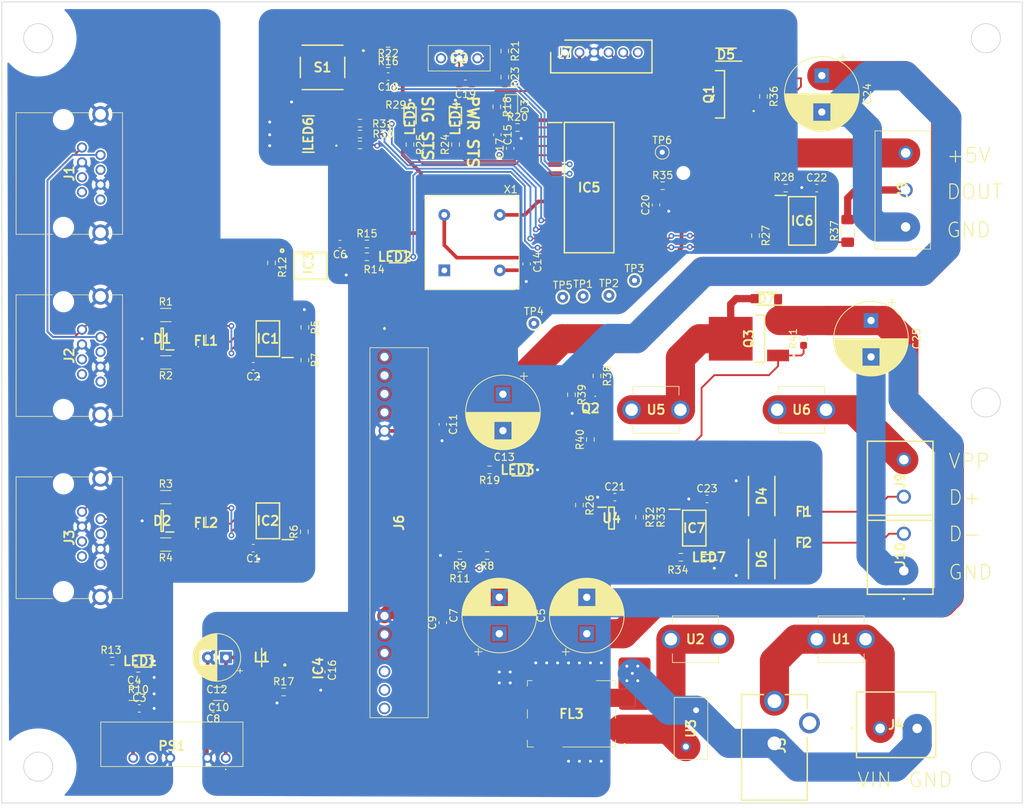
<source format=kicad_pcb>
(kicad_pcb (version 20221018) (generator pcbnew)
  (layers (0 "F.Cu" signal) (31 "B.Cu" signal) (34 "B.Paste" user) (35 "F.Paste" user) (36 "B.SilkS" user "B.Silkscreen") (37 "F.SilkS" user "F.Silkscreen") (38 "B.Mask" user) (39 "F.Mask" user) (44 "Edge.Cuts" user))
  (net 0 "")
  (net 1 "+5V")
  (net 2 "GND")
  (net 3 "Net-(IC2-A)")
  (net 4 "/DATA+(A)")
  (net 5 "/DATA-(B)")
  (net 6 "Net-(IC2-B)")
  (net 7 "Net-(J3-Pad2)")
  (net 8 "Net-(J3-Pad1)")
  (net 9 "GND_ISO")
  (net 10 "Net-(IC2-DE)")
  (net 11 "Net-(Q2-G)")
  (net 12 "Net-(Q1-G)")
  (net 13 "Net-(IC1-DE)")
  (net 14 "RESET")
  (net 16 "Net-(PS1-+VIN)")
  (net 17 "+BATT")
  (net 18 "Net-(IC1-A)")
  (net 19 "Net-(IC1-B)")
  (net 20 "ICSPCLK")
  (net 21 "ICSPDAT")
  (net 35 "Net-(IC1-RO)")
  (net 38 "Net-(IC2-DI)")
  (net 39 "Net-(IC3-ANODE)")
  (net 40 "Net-(IC3-VO_(OUTPUT))")
  (net 41 "Net-(IC5-~{MCLR}{slash}VPP{slash}RE3)")
  (net 42 "Net-(IC5-RA5)")
  (net 43 "Net-(IC5-RA7)")
  (net 44 "Net-(IC5-RB2)")
  (net 47 "/BAT_VOL")
  (net 48 "VDC")
  (net 49 "Net-(D1-Pad1)")
  (net 50 "Net-(D1-Pad2)")
  (net 51 "Net-(D2-Pad1)")
  (net 52 "Net-(D2-Pad2)")
  (net 53 "-BATT")
  (net 54 "Net-(IC4-VOUT)")
  (net 55 "/ISOPS_EN")
  (net 57 "/RST_SW")
  (net 58 "/PSMODE_SW")
  (net 59 "/PWR_LED")
  (net 60 "/SIG_STS")
  (net 61 "/SIGOUT_nEN")
  (net 62 "/SIGOUT")
  (net 63 "/DMXOUT_EN")
  (net 64 "/5VOUT_EN")
  (net 65 "/DMXPSOUT_EN")
  (net 66 "/PWM_R")
  (net 67 "/PWM_G")
  (net 68 "/PWM_B")
  (net 69 "Net-(LED6-A_BL)")
  (net 70 "Net-(LED6-A_GL)")
  (net 71 "Net-(LED6-A_RL)")
  (net 72 "Net-(Q3-G)")
  (net 73 "/5V_OUT")
  (net 74 "VPP")
  (net 75 "/D-_OUT")
  (net 76 "/D+_OUT")
  (net 77 "/SIG_OUT")
  (net 78 "+5V_ISO")
  (net 79 "Net-(LED1-Pad2)")
  (net 80 "Net-(LED2-Pad2)")
  (net 81 "Net-(LED3-Pad2)")
  (net 82 "Net-(LED4-Pad2)")
  (net 83 "Net-(LED5-Pad2)")
  (net 84 "Net-(LED7-Pad2)")
  (net 85 "Net-(D7-A)")
  (net 86 "Net-(IC7-B)")
  (net 87 "Net-(IC7-A)")
  (net 88 "Net-(FL3-B)")
  (net 89 "Net-(IC6-Y1)")
  (net 91 "Net-(IC7-DE)")
  (net 92 "Net-(IC7-DI)")
  (net 97 "Net-(Q2-D)")
  (net 98 "Net-(S1-COM_1)")
  (net 99 "Net-(S2-NO)")
  (net 100 "Net-(IC5-RB3)")
  (net 101 "Net-(IC5-RB4)")
  (net 102 "Net-(IC5-RB5)")
  (net 103 "Net-(IC5-RC7)")
  (footprint "Resistor_SMD:R_0603_1608Metric_Pad0.98x0.95mm_HandSolder" (layer "F.Cu") (at 134 46.75 -90)
    (fp_text reference "R21")
    (fp_text value "10k")
  )
  (footprint "Resistor_SMD:R_1206_3216Metric_Pad1.30x1.75mm_HandSolder" (layer "F.Cu") (at 87.5 83)
    (fp_text reference "R1")
    (fp_text value "100")
  )
  (footprint "Resistor_SMD:R_0603_1608Metric_Pad0.98x0.95mm_HandSolder" (layer "F.Cu") (at 145.75 100.0875 90)
    (fp_text reference "R40")
    (fp_text value "100k")
  )
  (footprint "Resistor_SMD:R_0603_1608Metric_Pad0.98x0.95mm_HandSolder" (layer "F.Cu") (at 114.1375 56.65 180)
    (fp_text reference "R31")
    (fp_text value "1k")
  )
  (footprint "Resistor_SMD:R_0603_1608Metric_Pad0.98x0.95mm_HandSolder" (layer "F.Cu") (at 158.1625 116.25)
    (fp_text reference "R34")
    (fp_text value "1k")
  )
  (footprint "SamacSys_Parts:SOP65P640X110-20N" (layer "F.Cu") (at 174.8 70.075)
    (fp_text reference "IC6")
    (fp_text value "HD74LV541AT-E" hide)
  )
  (footprint "SamacSys_Parts:DLW21SN121HQ2L" (layer "F.Cu") (at 93 86.25)
    (fp_text reference "FL1")
    (fp_text value "DLW21SN261SQ2L" hide)
  )
  (footprint "SamacSys_Parts:11-4L1S_5-PIN-SOIC_" (layer "F.Cu") (at 107.35 76.25 -90)
    (fp_text reference "IC3")
    (fp_text value "TLP2361_TPL,E" hide)
  )
  (footprint "TestPoint:TestPoint_THTPad_D1.5mm_Drill0.7mm" (layer "F.Cu") (at 155.6 60.65)
    (fp_text reference "TP6")
    (fp_text value "TestPoint")
  )
  (footprint "Capacitor_THT:CP_Radial_D10.0mm_P5.00mm" (layer "F.Cu") (at 133.75 93.867677 -90)
    (fp_text reference "C13")
    (fp_text value "1000u")
  )
  (footprint "Capacitor_SMD:C_0603_1608Metric_Pad1.08x0.95mm_HandSolder" (layer "F.Cu") (at 134.75 60.1125 90)
    (fp_text reference "C17")
    (fp_text value "0.1u")
  )
  (footprint "Capacitor_SMD:C_0603_1608Metric_Pad1.08x0.95mm_HandSolder" (layer "F.Cu") (at 118 50.25 180)
    (fp_text reference "C18")
    (fp_text value "0.1u")
  )
  (footprint "SamacSys_Parts:SMV_1" (layer "F.Cu") (at 105.825 132 -90)
    (fp_text reference "IC4")
    (fp_text value "TCK106AF,LF" hide)
  )
  (footprint "SamacSys_Parts:LEDC1608X46N" (layer "F.Cu") (at 83.975 130.5 180)
    (fp_text reference "LED1")
    (fp_text value "SML-E12M8WT86" hide)
  )
  (footprint "TestPoint:TestPoint_THTPad_D1.5mm_Drill0.7mm" (layer "F.Cu") (at 141.95 80.55)
    (fp_text reference "TP5")
    (fp_text value "TestPoint")
  )
  (footprint "SamacSys_Parts:78108P8C" (layer "F.Cu") (at 76 85 -90)
    (fp_text reference "J2")
    (fp_text value "7810-8P8C" hide)
  )
  (footprint "Resistor_SMD:R_0603_1608Metric_Pad0.98x0.95mm_HandSolder" (layer "F.Cu") (at 121 59.5875 -90)
    (fp_text reference "R25")
    (fp_text value "1k")
  )
  (footprint "Resistor_SMD:R_0603_1608Metric_Pad0.98x0.95mm_HandSolder" (layer "F.Cu") (at 106.577 84.6875 -90)
    (fp_text reference "R5")
    (fp_text value "10k")
  )
  (footprint "Capacitor_THT:CP_Radial_D10.0mm_P5.00mm" (layer "F.Cu") (at 145.25 126.75 90)
    (fp_text reference "C5")
    (fp_text value "330u")
  )
  (footprint "Capacitor_SMD:C_0603_1608Metric_Pad1.08x0.95mm_HandSolder" (layer "F.Cu") (at 94 137 180)
    (fp_text reference "C8")
    (fp_text value "0.1u")
  )
  (footprint "Resistor_SMD:R_0603_1608Metric_Pad0.98x0.95mm_HandSolder" (layer "F.Cu") (at 131.5875 116.01 180)
    (fp_text reference "R8")
    (fp_text value "470k")
  )
  (footprint "SamacSys_Parts:SOT96P240X100-3N" (layer "F.Cu") (at 87 86.25 180)
    (fp_text reference "D1")
    (fp_text value "D5V0L2B3SO-7" hide)
  )
  (footprint "Resistor_SMD:R_0603_1608Metric_Pad0.98x0.95mm_HandSolder" (layer "F.Cu") (at 155.6625 65.25)
    (fp_text reference "R35")
    (fp_text value "100")
  )
  (footprint "Resistor_SMD:R_0603_1608Metric_Pad0.98x0.95mm_HandSolder" (layer "F.Cu") (at 106.577 89.1875 -90)
    (fp_text reference "R7")
    (fp_text value "100")
  )
  (footprint "Oscillator:Oscillator_DIP-8" (layer "F.Cu") (at 125.705 76.87)
    (fp_text reference "X1")
    (fp_text value "CXO_DIP8")
  )
  (footprint "SamacSys_Parts:SHDR6W50P0X200_1X6_1390X450X600P" (layer "F.Cu") (at 142.25 46.95 180)
    (fp_text reference "J7")
    (fp_text value "B6B-PH-K-S_LF__SN_" hide)
  )
  (footprint "Resistor_SMD:R_0603_1608Metric_Pad0.98x0.95mm_HandSolder" (layer "F.Cu") (at 132.9125 54.4125 -90)
    (fp_text reference "R18")
    (fp_text value "10k")
  )
  (footprint "Capacitor_SMD:C_0603_1608Metric_Pad1.08x0.95mm_HandSolder" (layer "F.Cu") (at 132.9875 58.25 -90)
    (fp_text reference "C15")
    (fp_text value "0.1u")
  )
  (footprint "Resistor_SMD:R_0603_1608Metric_Pad0.98x0.95mm_HandSolder" (layer "F.Cu") (at 102 75.8375 90)
    (fp_text reference "R12")
    (fp_text value "300")
  )
  (footprint "Diode_SMD:D_SOD-323F" (layer "F.Cu") (at 134.9125 54.35 -90)
    (fp_text reference "D3")
    (fp_text value "1SS355VM")
  )
  (footprint "TestPoint:TestPoint_THTPad_D1.5mm_Drill0.7mm" (layer "F.Cu") (at 148.3 80.3)
    (fp_text reference "TP2")
    (fp_text value "TestPoint")
  )
  (footprint "Resistor_SMD:R_1206_3216Metric_Pad1.30x1.75mm_HandSolder" (layer "F.Cu") (at 87.5 114.5 180)
    (fp_text reference "R4")
    (fp_text value "100")
  )
  (footprint "Resistor_SMD:R_0603_1608Metric_Pad0.98x0.95mm_HandSolder" (layer "F.Cu") (at 103.6625 134.75)
    (fp_text reference "R17")
    (fp_text value "10k")
  )
  (footprint "Capacitor_SMD:C_0603_1608Metric_Pad1.08x0.95mm_HandSolder" (layer "F.Cu") (at 99.5 90.025 180)
    (fp_text reference "C2")
    (fp_text value "0.1u")
  )
  (footprint "SamacSys_Parts:SOIC127P1030X265-28N" (layer "F.Cu") (at 145.575 65.5)
    (fp_text reference "IC5")
    (fp_text value "PIC18F27Q43-I_SO" hide)
  )
  (footprint "SamacSys_Parts:FUC03A" (layer "F.Cu") (at 183.5 127.5 180)
    (fp_text reference "U1")
    (fp_text value "FUC-03A" hide)
  )
  (footprint "SamacSys_Parts:SOIC127P600X175-8N" (layer "F.Cu") (at 160 112.25)
    (fp_text reference "IC7")
    (fp_text value "MAX485ESA+" hide)
  )
  (footprint "SamacSys_Parts:SSM3K7002CFULF" (layer "F.Cu") (at 145.75 95.8 180)
    (fp_text reference "Q2")
    (fp_text value "2SK1062_F_" hide)
  )
  (footprint "Resistor_SMD:R_0603_1608Metric_Pad0.98x0.95mm_HandSolder" (layer "F.Cu") (at 118 48.5)
    (fp_text reference "R22")
    (fp_text value "1k")
  )
  (footprint "SamacSys_Parts:LEDC1608X46N" (layer "F.Cu") (at 127.23 56.0075 -90)
    (fp_text reference "LED4")
    (fp_text value "SML-E12U8WT86" hide)
  )
  (footprint "SamacSys_Parts:OSTBABS4C2B" (layer "F.Cu") (at 107.05 58.15 90)
    (fp_text reference "LED6")
    (fp_text value "OSTBABS4C2B" hide)
  )
  (footprint "SamacSys_Parts:SODFL3718X100N" (layer "F.Cu") (at 169.9 80.75 180)
    (fp_text reference "D7")
    (fp_text value "SBR2U30P1-7" hide)
  )
  (footprint "Resistor_SMD:R_0603_1608Metric_Pad0.98x0.95mm_HandSolder" (layer "F.Cu") (at 168.4 72.1 -90)
    (fp_text reference "R27")
    (fp_text value "10k")
  )
  (footprint "SamacSys_Parts:SOT95P285X140-5N" (layer "F.Cu") (at 148.6525 110.875)
    (fp_text reference "U4")
    (fp_text value "74AHC1G125W5-7" hide)
  )
  (footprint "Capacitor_SMD:C_1206_3216Metric_Pad1.33x1.80mm_HandSolder" (layer "F.Cu") (at 83.1625 135)
    (fp_text reference "C4")
    (fp_text value "10u")
  )
  (footprint "Capacitor_SMD:C_0603_1608Metric_Pad1.08x0.95mm_HandSolder" (layer "F.Cu") (at 125.5 125.230177 90)
    (fp_text reference "C9")
    (fp_text value "0.1u")
  )
  (footprint "SamacSys_Parts:FUC03A" (layer "F.Cu") (at 151.4 96)
    (fp_text reference "U5")
    (fp_text value "FUC-03A" hide)
  )
  (footprint "Capacitor_SMD:C_0603_1608Metric_Pad1.08x0.95mm_HandSolder" (layer "F.Cu") (at 137 75.9875 90)
    (fp_text reference "C14")
    (fp_text value "0.1u")
  )
  (footprint "SamacSys_Parts:TB11222E1" (layer "F.Cu") (at 188.75 118.1 90)
    (fp_text reference "J10")
    (fp_text value "TB112-2-2-E-1" hide)
  )
  (footprint "SamacSys_Parts:FUC03A" (layer "F.Cu") (at 163.5 127.5 180)
    (fp_text reference "U2")
    (fp_text value "FUC-03A" hide)
  )
  (footprint "SamacSys_Parts:DLW21SN121HQ2L" (layer "F.Cu") (at 93 111.25)
    (fp_text reference "FL2")
    (fp_text value "DLW21SN261SQ2L" hide)
  )
  (footprint "Resistor_SMD:R_0603_1608Metric_Pad0.98x0.95mm_HandSolder" (layer "F.Cu") (at 127.8375 116 180)
    (fp_text reference "R9")
    (fp_text value "150k")
  )
  (footprint "SamacSys_Parts:MAU109" (layer "F.Cu") (at 88.327082 142.15 180)
    (fp_text reference "PS1")
    (fp_text value "MAU102" hide)
  )
  (footprint "Resistor_SMD:R_0603_1608Metric_Pad0.98x0.95mm_HandSolder" (layer "F.Cu") (at 172.55 65.575 180)
    (fp_text reference "R28")
    (fp_text value "10k")
  )
  (footprint "Capacitor_SMD:C_0603_1608Metric_Pad1.08x0.95mm_HandSolder" (layer "F.Cu") (at 128.6125 51.25 180)
    (fp_text reference "C19")
    (fp_text value "0.1u")
  )
  (footprint "Capacitor_SMD:C_0603_1608Metric_Pad1.08x0.95mm_HandSolder" (layer "F.Cu") (at 108.825 132 90)
    (fp_text reference "C16")
    (fp_text value "0.1u")
  )
  (footprint "SamacSys_Parts:TB11222E1" (layer "F.Cu") (at 185.5 139.75)
    (fp_text reference "J4")
    (fp_text value "TB112-2-2-E-1" hide)
  )
  (footprint "SamacSys_Parts:LEDM168X46N" (layer "F.Cu") (at 162 116.25 180)
    (fp_text reference "LED7")
    (fp_text value "SML-E12U8WT86" hide)
  )
  (footprint "Capacitor_THT:CP_Radial_D10.0mm_P5.00mm" (layer "F.Cu") (at 133.25 126.75 90)
    (fp_text reference "C7")
    (fp_text value "330u")
  )
  (footprint "SamacSys_Parts:LEDC1608X46N" (layer "F.Cu") (at 135.75 104.25 180)
    (fp_text reference "LED3")
    (fp_text value "SML-E12M8WT86" hide)
  )
  (footprint "SamacSys_Parts:FUSC3216X100N" (layer "F.Cu") (at 175.025 110)
    (fp_text reference "F1")
    (fp_text value "NANOSMDC010F-2" hide)
  )
  (footprint "SamacSys_Parts:78108P8C" (layer "F.Cu") (at 76 110 -90)
    (fp_text reference "J3")
    (fp_text value "7810-8P8C" hide)
  )
  (footprint "Resistor_SMD:R_0603_1608Metric_Pad0.98x0.95mm_HandSolder" (layer "F.Cu") (at 144.25 109.0875 -90)
    (fp_text reference "R26")
    (fp_text value "10k")
  )
  (footprint "SamacSys_Parts:TS06104" (layer "F.Cu") (at 109 49)
    (fp_text reference "S1")
    (fp_text value "TS-06104" hide)
  )
  (footprint "Capacitor_SMD:C_0603_1608Metric_Pad1.08x0.95mm_HandSolder" (layer "F.Cu") (at 83.8625 137)
    (fp_text reference "C3")
    (fp_text value "0.1u")
  )
  (footprint "Resistor_SMD:R_0603_1608Metric_Pad0.98x0.95mm_HandSolder" (layer "F.Cu") (at 80.1375 130.5 180)
    (fp_text reference "R13")
    (fp_text value "1k")
  )
  (footprint "Resistor_SMD:R_0603_1608Metric_Pad0.98x0.95mm_HandSolder" (layer "F.Cu") (at 127.25 59.5875 90)
    (fp_text reference "R24")
    (fp_text value "1k")
  )
  (footprint "Resistor_SMD:R_0603_1608Metric_Pad0.98x0.95mm_HandSolder" (layer "F.Cu") (at 143.15 93.9375 -90)
    (fp_text reference "R39")
    (fp_text value "100k")
  )
  (footprint "SamacSys_Parts:ERZV07D220" (layer "F.Cu") (at 158.85 142.25 90)
    (fp_text reference "U3")
    (fp_text value "ERZV07D220" hide)
  )
  (footprint "Resistor_SMD:R_0603_1608Metric_Pad0.98x0.95mm_HandSolder" (layer "F.Cu") (at 152.5 110.75 -90)
    (fp_text reference "R32")
    (fp_text value "10k")
  )
  (footprint "SamacSys_Parts:TB11123U11" (layer "F.Cu") (at 189 70.91 90)
    (fp_text reference "J8")
    (fp_text value "TB111-2-3-U-1-1" hide)
  )
  (footprint "Resistor_SMD:R_0603_1608Metric_Pad0.98x0.95mm_HandSolder" (layer "F.Cu") (at 146.65 91.35 -90)
    (fp_text reference "R38")
    (fp_text value "100")
  )
  (footprint "Capacitor_THT:CP_Radial_D10.0mm_P5.00mm" (layer "F.Cu") (at 184.25 83.75 -90)
    (fp_text reference "C25")
    (fp_text value "330u")
  )
  (footprint "Resistor_SMD:R_0603_1608Metric_Pad0.98x0.95mm_HandSolder" (layer "F.Cu") (at 106.5 112.75 90)
    (fp_text reference "R6")
    (fp_text value "10k")
  )
  (footprint "Resistor_SMD:R_0603_1608Metric_Pad0.98x0.95mm_HandSolder" (layer "F.Cu") (at 115.0875 73.25)
    (fp_text reference "R15")
    (fp_text value "10k")
  )
  (footprint "Capacitor_THT:CP_Radial_D10.0mm_P5.00mm" (layer "F.Cu") (at 177.5 50.132323 -90)
    (fp_text reference "C24")
    (fp_text value "1000u")
  )
  (footprint "Capacitor_THT:CP_Radial_D6.3mm_P2.50mm" (layer "F.Cu") (at 95.75 130 180)
    (fp_text reference "C12")
    (fp_text value "100u")
  )
  (footprint "SamacSys_Parts:TJ60S04M3L" (layer "F.Cu") (at 166.9 86.25 90)
    (fp_text reference "Q3")
    (fp_text value "TJ60S04M3L" hide)
  )
  (footprint "SamacSys_Parts:NID355" (layer "F.Cu") (at 117.5 88.747677 -90)
    (fp_text reference "J6")
    (fp_text value "NID35-5" hide)
  )
  (footprint "SamacSys_Parts:BNX02201K" (layer "F.Cu") (at 143.15 137.75 180)
    (fp_text reference "FL3")
    (fp_text value "BNX022-01B" hide)
  )
  (footprint "SamacSys_Parts:78108P8C" (layer "F.Cu") (at 76 60 -90)
    (fp_text reference "J1")
    (fp_text value "7810-8P8C" hide)
  )
  (footprint "TestPoint:TestPoint_THTPad_D1.5mm_Drill0.7mm" (layer "F.Cu") (at 151.8 78.25)
    (fp_text reference "TP3")
    (fp_text value "TestPoint")
  )
  (footprint "Resistor_SMD:R_0805_2012Metric_Pad1.20x1.40mm_HandSolder" (layer "F.Cu") (at 83.725 132.75 180)
    (fp_text reference "R10")
    (fp_text value "240")
  )
  (footprint "SamacSys_Parts:SOIC127P600X175-8N" (layer "F.Cu") (at 101.5 86.25 180)
    (fp_text reference "IC1")
    (fp_text value "MAX485ESA+" hide)
  )
  (footprint "SamacSys_Parts:FUSC3216X100N" (layer "F.Cu") (at 175 114.25)
    (fp_text reference "F2")
    (fp_text value "NANOSMDC010F-2" hide)
  )
  (footprint "SamacSys_Parts:DIONM5436X261N" (layer "F.Cu") (at 169.25 107.85 -90)
    (fp_text reference "D4")
    (fp_text value "SMBJ5.0CA" hide)
  )
  (footprint "Capacitor_SMD:C_0603_1608Metric_Pad1.08x0.95mm_HandSolder" (layer "F.Cu") (at 125.5 98.005177 -90)
    (fp_text reference "C11")
    (fp_text value "0.1u")
  )
  (footprint "Resistor_SMD:R_0603_1608Metric_Pad0.98x0.95mm_HandSolder" (layer "F.Cu") (at 134 50.3375 -90)
    (fp_text reference "R23")
    (fp_text value "1k")
  )
  (footprint "SamacSys_Parts:SOIC127P600X175-8N" (layer "F.Cu") (at 101.5 111.25 180)
    (fp_text reference "IC2")
    (fp_text value "MAX485ESA+" hide)
  )
  (footprint "Resistor_SMD:R_0603_1608Metric_Pad0.98x0.95mm_HandSolder" (layer "F.Cu") (at 169.5 52.9875 -90)
    (fp_text reference "R36")
    (fp_text value "100k")
  )
  (footprint "Capacitor_SMD:C_0603_1608Metric_Pad1.08x0.95mm_HandSolder" (layer "F.Cu") (at 154.75 67.8875 90)
    (fp_text reference "C20")
    (fp_text value "0.1u")
  )
  (footprint "Resistor_SMD:R_0603_1608Metric_Pad0.98x0.95mm_HandSolder" (layer "F.Cu") (at 175 86.25 90)
    (fp_text reference "R41")
    (fp_text value "100k")
  )
  (footprint "SamacSys_Parts:TB11222E1" (layer "F.Cu") (at 188.75 107.94 90)
    (fp_text reference "J9")
    (fp_text value "TB112-2-2-E-1" hide)
  )
  (footprint "Resistor_SMD:R_0603_1608Metric_Pad0.98x0.95mm_HandSolder" (layer "F.Cu") (at 135.75 57.25)
    (fp_text reference "R20")
    (fp_text value "100")
  )
  (footprint "Resistor_SMD:R_0603_1608Metric_Pad0.98x0.95mm_HandSolder" (layer "F.Cu") (at 115.0875 75)
    (fp_text reference "R14")
    (fp_text value "1k")
  )
  (footprint "SamacSys_Parts:SOT96P240X100-3N" (layer "F.Cu") (at 87 111.25 180)
    (fp_text reference "D2")
    (fp_text value "D5V0L2B3SO-7" hide)
  )
  (footprint "Capacitor_SMD:C_0603_1608Metric_Pad1.08x0.95mm_HandSolder" (layer "F.Cu") (at 149.1125 108)
    (fp_text reference "C21")
    (fp_text value "0.1u")
  )
  (footprint "SamacSys_Parts:LEDC1608X46N" (layer "F.Cu") (at 118.925 75 180)
    (fp_text reference "LED2")
    (fp_text value "SML-E12U8WT86" hide)
  )
  (footprint "Capacitor_SMD:C_0603_1608Metric_Pad1.08x0.95mm_HandSolder" (layer "F.Cu") (at 99.5 115 180)
    (fp_text reference "C1")
    (fp_text value "0.1u")
  )
  (footprint "Capacitor_SMD:C_0603_1608Metric_Pad1.08x0.95mm_HandSolder" (layer "F.Cu") (at 161.75 108.25)
    (fp_text reference "C23")
    (fp_text value "0.1u")
  )
  (footprint "SamacSys_Parts:SS12D00G3" (layer "F.Cu") (at 127.75 47.75)
    (fp_text reference "S2")
    (fp_text value "SS12D00G3" hide)
  )
  (footprint "Resistor_SMD:R_1206_3216Metric_Pad1.30x1.75mm_HandSolder" (layer "F.Cu") (at 181.05 71.45 90)
    (fp_text reference "R37")
    (fp_text value "100")
  )
  (footprint "Capacitor_SMD:C_0603_1608Metric_Pad1.08x0.95mm_HandSolder" (layer "F.Cu") (at 176.8 65.575)
    (fp_text reference "C22")
    (fp_text value "0.1u")
  )
  (footprint "SamacSys_Parts:SODFL3718X100N" (layer "F.Cu") (at 164.35 47.25 180)
    (fp_text reference "D5")
    (fp_text value "SBR2U30P1-7" hide)
  )
  (footprint "SamacSys_Parts:TJ60S04M3L" (layer "F.Cu") (at 161.4 52.7 90)
    (fp_text reference "Q1")
    (fp_text value "TJ60S04M3L" hide)
  )
  (footprint "SamacSys_Parts:1277ASH100MP2" (layer "F.Cu") (at 100.65 130)
    (fp_text reference "L1")
    (fp_text value "DFE322512F-100M=P2" hide)
  )
  (footprint "Capacitor_SMD:C_1206_3216Metric_Pad1.33x1.80mm_HandSolder" (layer "F.Cu") (at 94.75 135 180)
    (fp_text reference "C10")
    (fp_text value "10u")
  )
  (footprint "Capacitor_SMD:C_0603_1608Metric_Pad1.08x0.95mm_HandSolder" (layer "F.Cu") (at 111.3875 73.25 180)
    (fp_text reference "C6")
    (fp_text value "0.1u")
  )
  (footprint "SamacSys_Parts:FUC03A" (layer "F.Cu") (at 178.075 96 180)
    (fp_text reference "U6")
    (fp_text value "FUC-03A" hide)
  )
  (footprint "Resistor_SMD:R_0603_1608Metric_Pad0.98x0.95mm_HandSolder" (layer "F.Cu") (at 114.1375 59.65 180)
    (fp_text reference "R29")
    (fp_text value "1k")
  )
  (footprint "Resistor_SMD:R_1206_3216Metric_Pad1.30x1.75mm_HandSolder" (layer "F.Cu") (at 87.5 108)
    (fp_text reference "R3")
    (fp_text value "100")
  )
  (footprint "Resistor_SMD:R_0603_1608Metric_Pad0.98x0.95mm_HandSolder" (layer "F.Cu") (at 131.9125 104.25 180)
    (fp_text reference "R19")
    (fp_text value "1k")
  )
  (footprint "Resistor_SMD:R_0603_1608Metric_Pad0.98x0.95mm_HandSolder" (layer "F.Cu") (at 127.8375 117.75 180)
    (fp_text reference "R11")
    (fp_text value "150k")
  )
  (footprint "Resistor_SMD:R_1206_3216Metric_Pad1.30x1.75mm_HandSolder" (layer "F.Cu") (at 87.5 89.5 180)
    (fp_text reference "R2")
    (fp_text value "100")
  )
  (footprint "SamacSys_Parts:18742" (layer "F.Cu") (at 171 136 90)
    (fp_text reference "J5")
    (fp_text value "18742" hide)
  )
  (footprint "Resistor_SMD:R_0603_1608Metric_Pad0.98x0.95mm_HandSolder" (layer "F.Cu") (at 118 46.75 180)
    (fp_text reference "R16")
    (fp_text value "10k")
  )
  (footprint "Resistor_SMD:R_0603_1608Metric_Pad0.98x0.95mm_HandSolder" (layer "F.Cu") (at 154 110.75 -90)
    (fp_text reference "R33")
    (fp_text value "10k")
  )
  (footprint "TestPoint:TestPoint_THTPad_D1.5mm_Drill0.7mm" (layer "F.Cu") (at 144.75 80.4)
    (fp_text reference "TP1")
    (fp_text value "TestPoint")
  )
  (footprint "SamacSys_Parts:DIONM5436X261N" (layer "F.Cu") (at 169.25 116.5 90)
    (fp_text reference "D6")
    (fp_text value "SMBJ5.0CA" hide)
  )
  (footprint "SamacSys_Parts:LEDC1608X46N" (layer "F.Cu") (at 121 56 -90)
    (fp_text reference "LED5")
    (fp_text value "SML-E12M8WT86" hide)
  )
  (footprint "Resistor_SMD:R_0603_1608Metric_Pad0.98x0.95mm_HandSolder" (layer "F.Cu") (at 114.1375 58.15 180)
    (fp_text reference "R30")
    (fp_text value "1k")
  )
  (footprint "TestPoint:TestPoint_THTPad_D1.5mm_Drill0.7mm" (layer "F.Cu") (at 138 84.15)
    (fp_text reference "TP4")
    (fp_text value "TestPoint")
  )
  (gr_circle (center 70 145) (end 72 145) (stroke (width 0.1)) (fill none) (layer "Edge.Cuts"))
  (gr_rect locked (start 65 40) (end 205 150) (stroke (width 0.1)) (fill none) (layer "Edge.Cuts"))
  (gr_circle (center 200 145) (end 202 145) (stroke (width 0.1)) (fill none) (layer "Edge.Cuts"))
  (gr_circle (center 200 45) (end 202 45) (stroke (width 0.1)) (fill none) (layer "Edge.Cuts"))
  (gr_circle (center 200 95) (end 202 95) (stroke (width 0.1)) (fill none) (layer "Edge.Cuts"))
  (gr_circle (center 70 45) (end 72 45) (stroke (width 0.1)) (fill none) (layer "Edge.Cuts"))
  (gr_text "SIG STS" (at 122.5 52.75 270) (layer "F.SilkS") (effects (font (size 1.5 1.5) (thickness 0.3) bold) (justify left bottom)))
  (gr_text "DOUT" (at 194.5 67.25) (layer "F.SilkS") (effects (font (size 2 2)) (justify left bottom)))
  (gr_text "VIN" (at 182.25 148) (layer "F.SilkS") (effects (font (size 2 2)) (justify left bottom)))
  (gr_text "D+" (at 194.75 109.23) (layer "F.SilkS") (effects (font (size 2 2)) (justify left bottom)))
  (gr_text "VPP" (at 194.75 104.23) (layer "F.SilkS") (effects (font (size 2 2)) (justify left bottom)))
  (gr_text "GND" (at 194.75 119.48) (layer "F.SilkS") (effects (font (size 2 2)) (justify left bottom)))
  (gr_text "GND" (at 189.25 148) (layer "F.SilkS") (effects (font (size 2 2)) (justify left bottom)))
  (gr_text "GND" (at 194.5 72.5) (layer "F.SilkS") (effects (font (size 2 2)) (justify left bottom)))
  (gr_text "PWR STS" (at 128.75 52.75 270) (layer "F.SilkS") (effects (font (size 1.5 1.5) (thickness 0.3) bold) (justify left bottom)))
  (gr_text "+5V" (at 194.5 62.25) (layer "F.SilkS") (effects (font (size 2 2)) (justify left bottom)))
  (gr_text "D-" (at 194.75 114.23) (layer "F.SilkS") (effects (font (size 2 2)) (justify left bottom)))
  (segment (start 177.6625 64.4375) (end 177.05 63.825) (width 0.5) (layer "F.Cu") (net 1))
  (segment (start 113.5 100.367677) (end 113.5 124.25) (width 0.5) (layer "F.Cu") (net 1))
  (segment (start 194.5 55.75) (end 194.5 73.75) (width 4) (layer "F.Cu") (net 1))
  (segment (start 107.1125 131.1375) (end 107.025 131.05) (width 0.25) (layer "F.Cu") (net 1))
  (segment (start 158.25 73.75) (end 158.25 68.75) (width 0.5) (layer "F.Cu") (net 1))
  (segment (start 119.4 90.647677) (end 119.4 91.287677) (width 2) (layer "F.Cu") (net 1))
  (segment (start 119.96 93.827677) (end 120 93.867677) (width 0.25) (layer "F.Cu") (net 1))
  (segment (start 156.875 75.125) (end 158.25 73.75) (width 0.5) (layer "F.Cu") (net 1))
  (segment (start 154.75 67.025) (end 153.525 67.025) (width 0.5) (layer "F.Cu") (net 1))
  (segment (start 162.6125 105.8625) (end 162.6125 108.25) (width 0.5) (layer "F.Cu") (net 1))
  (segment (start 173.5 63.825) (end 159.865388 63.825) (width 0.5) (layer "F.Cu") (net 1))
  (segment (start 122.5 63.5) (end 120 61) (width 0.5) (layer "F.Cu") (net 1))
  (segment (start 173.4625 63.8625) (end 173.4625 65.575) (width 0.5) (layer "F.Cu") (net 1))
  (segment (start 138.45 75.125) (end 156.875 75.125) (width 0.5) (layer "F.Cu") (net 1))
  (segment (start 123 80.25) (end 122.5 79.75) (width 0.5) (layer "F.Cu") (net 1))
  (segment (start 166.825 52.075) (end 166 51.25) (width 0.25) (layer "F.Cu") (net 1))
  (segment (start 131.941162 92.058838) (end 133.75 93.867677) (width 0.25) (layer "F.Cu") (net 1))
  (segment (start 132.8375 45.8375) (end 134 45.8375) (width 0.5) (layer "F.Cu") (net 1))
  (segment (start 120 47.8375) (end 118.9125 46.75) (width 0.5) (layer "F.Cu") (net 1))
  (segment (start 117.5 96.367677) (end 117.5 93.827677) (width 2) (layer "F.Cu") (net 1))
  (segment (start 194.5 55.75) (end 188.882323 50.132323) (width 4) (layer "F.Cu") (net 1))
  (segment (start 133 80.25) (end 133.75 80.25) (width 0.5) (layer "F.Cu") (net 1))
  (segment (start 133.75 80.25) (end 133.75 93.867677) (width 0.5) (layer "F.Cu") (net 1))
  (segment (start 162.6125 108.25) (end 162.6125 110.2455) (width 0.5) (layer "F.Cu") (net 1))
  (segment (start 127.252323 90.647677) (end 128.891162 89.008838) (width 2) (layer "F.Cu") (net 1))
  (segment (start 165.95 47.25) (end 165.95 50.35) (width 0.5) (layer "F.Cu") (net 1))
  (segment (start 159.865388 63.825) (end 156.665388 67.025) (width 0.5) (layer "F.Cu") (net 1))
  (segment (start 135 53.25) (end 134.9125 53.25) (width 0.25) (layer "F.Cu") (net 1))
  (segment (start 128.25 98.75) (end 128.25 103.75) (width 0.5) (layer "F.Cu") (net 1))
  (segment (start 114 71.75) (end 110.75 71.75) (width 0.5) (layer "F.Cu") (net 1))
  (segment (start 118.275 97.142677) (end 117.5 96.367677) (width 0.5) (layer "F.Cu") (net 1))
  (segment (start 114.175 73.25) (end 114.175 75) (width 0.25) (layer "F.Cu") (net 1))
  (segment (start 131.216162 92.783838) (end 131.941162 92.058838) (width 2) (layer "F.Cu") (net 1))
  (segment (start 110.525 74.955) (end 110.5 74.98) (width 0.25) (layer "F.Cu") (net 1))
  (segment (start 146.25 56.25) (end 144.75 56.25) (width 0.25) (layer "F.Cu") (net 1))
  (segment (start 165.95 50.35) (end 166 50.4) (width 0.25) (layer "F.Cu") (net 1))
  (segment (start 154 102.75) (end 159.5 102.75) (width 0.5) (layer "F.Cu") (net 1))
  (segment (start 144.25 46.95) (end 144.25 50.25) (width 0.5) (layer "F.Cu") (net 1))
  (segment (start 154 109.8375) (end 154 102.75) (width 0.5) (layer "F.Cu") (net 1))
  (segment (start 144.25 102.75) (end 144.25 107.8375) (width 0.5) (layer "F.Cu") (net 1))
  (segment (start 138 56.25) (end 148 56.25) (width 0.5) (layer "F.Cu") (net 1))
  (segment (start 173.5 63.825) (end 173.4625 63.8625) (width 0.5) (layer "F.Cu") (net 1))
  (segment (start 110.4625 74.9425) (end 110.5 74.98) (width 0.25) (layer "F.Cu") (net 1))
  (segment (start 142 101) (end 143.75 102.75) (width 0.5) (layer "F.Cu") (net 1))
  (segment (start 131.17 91.287677) (end 131.941162 92.058838) (width 0.25) (layer "F.Cu") (net 1))
  (segment (start 113.5 124.25) (end 108.825 128.925) (width 0.5) (layer "F.Cu") (net 1))
  (segment (start 191.25 77) (end 161.25 77) (width 4) (layer "F.Cu") (net 1))
  (segment (start 119.25 45.25) (end 132.25 45.25) (width 0.5) (layer "F.Cu") (net 1))
  (segment (start 188.882323 50.132323) (end 177.5 50.132323) (width 4) (layer "F.Cu") (net 1))
  (segment (start 149.975 109.9025) (end 149.9525 109.925) (width 0.25) (layer "F.Cu") (net 1))
  (segment (start 134.6625 53.5) (end 134.9125 53.25) (width 0.5) (layer "F.Cu") (net 1))
  (segment (start 146.25 52.25) (end 146.25 56.25) (width 0.5) (layer "F.Cu") (net 1))
  (segment (start 117.5 96.367677) (end 120 93.867677) (width 1) (layer "F.Cu") (net 1))
  (segment (start 136.302082 80.25) (end 138.45 78.102082) (width 0.5) (layer "F.Cu") (net 1))
  (segment (start 117.54 93.867677) (end 117.5 93.827677) (width 0.25) (layer "F.Cu") (net 1))
  (segment (start 134.6625 53.5) (end 135.25 53.5) (width 0.5) (layer "F.Cu") (net 1))
  (segment (start 149.975 108) (end 149.975 109.9025) (width 0.5) (layer "F.Cu") (net 1))
  (segment (start 128.75 104.25) (end 131 104.25) (width 0.5) (layer "F.Cu") (net 1))
  (segment (start 118.9125 45.5875) (end 119.25 45.25) (width 0.5) (layer "F.Cu") (net 1))
  (segment (start 134.224516 93.867677) (end 133.75 93.867677) (width 4) (layer "F.Cu") (net 1))
  (segment (start 110.525 73.25) (end 110.525 71.975) (width 0.5) (layer "F.Cu") (net 1))
  (segment (start 110.525 73.25) (end 110.525 74.955) (width 0.5) (layer "F.Cu") (net 1))
  (segment (start 156.525 67.025) (end 154.75 67.025) (width 0.5) (layer "F.Cu") (net 1))
  (segment (start 153.095 67.405) (end 150.25 67.405) (width 0.5) (layer "F.Cu") (net 1))
  (segment (start 122.5 79.75) (end 122.5 71.75) (width 0.5) (layer "F.Cu") (net 1))
  (segment (start 174.175 52.075) (end 169.5 52.075) (width 0.25) (layer "F.Cu") (net 1))
  (segment (start 177.6625 67.0625) (end 177.75 67.15) (width 0.25) (layer "F.Cu") (net 1))
  (segment (start 174.632323 50.5) (end 166.1 50.5) (width 0.25) (layer "F.Cu") (net 1))
  (segment (start 144.25 102.75) (end 150 102.75) (width 0.5) (layer "F.Cu") (net 1))
  (segment (start 169.5 52.075) (end 166.825 52.075) (width 0.25) (layer "F.Cu") (net 1))
  (segment (start 152 86.25) (end 141.842193 86.25) (width 4) (layer "F.Cu") (net 1))
  (segment (start 118.916162 92.783838) (end 119.96 93.827677) (width 2) (layer "F.Cu") (net 1))
  (segment (start 122.25 71.75) (end 122.5 72) (width 0.5) (layer "F.Cu") (net 1))
  (segment (start 114.175 71.925) (end 114 71.75) (width 0.25) (layer "F.Cu") (net 1))
  (segment (start 162.6125 110.2455) (end 162.712 110.345) (width 0.25) (layer "F.Cu") (net 1))
  (segment (start 117.5 91.287677) (end 119.4 91.287677) (width 2) (layer "F.Cu") (net 1))
  (segment (start 166.1 50.5) (end 166 50.4) (width 0.25) (layer "F.Cu") (net 1))
  (segment (start 125.7125 69.2425) (end 125.705 69.25) (width 0.25) (layer "F.Cu") (net 1))
  (segment (start 122.5 65.5) (end 122.5 63.5) (width 0.5) (layer "F.Cu") (net 1))
  (segment (start 128.63 88.747677) (end 128.891162 89.008838) (width 2) (layer "F.Cu") (net 1))
  (segment (start 150 102.75) (end 154 102.75) (width 0.5) (layer "F.Cu") (net 1))
  (segment (start 154 109.8375) (end 152.5 109.8375) (width 0.5) (layer "F.Cu") (net 1))
  (segment (start 110.525 71.975) (end 110.75 71.75) (width 0.5) (layer "F.Cu") (net 1))
  (segment (start 161.25 77) (end 152 86.25) (width 4) (layer "F.Cu") (net 1))
  (segment (start 117.5 93.827677) (end 119.96 93.827677) (width 2) (layer "F.Cu") (net 1))
  (segment (start 174.632323 50.5) (end 174.632323 51.617677) (width 0.25) (layer "F.Cu") (net 1))
  (segment (start 114.175 73.25) (end 114.175 71.925) (width 0.5) (layer "F.Cu") (net 1))
  (segment (start 158.25 68.75) (end 156.525 67.025) (width 0.5) (layer "F.Cu") (net 1))
  (segment (start 122.5 71.75) (end 122.5 66.25) (width 0.5) (layer "F.Cu") (net 1))
  (segment (start 118.916162 92.783838) (end 131.216162 92.783838) (width 2) (layer "F.Cu") (net 1))
  (segment (start 177.6625 65.575) (end 177.6625 67.0625) (width 0.5) (layer "F.Cu") (net 1))
  (segment (start 119.4 90.647677) (end 127.252323 90.647677) (width 2) (layer "F.Cu") (net 1))
  (segment (start 148.905 67.405) (end 148.5 67) (width 0.5) (layer "F.Cu") (net 1))
  (segment (start 117.5 91.287677) (end 117.5 91.367677) (width 2) (layer "F.Cu") (net 1))
  (segment (start 149.975 102.775) (end 150 102.75) (width 0.5) (layer "F.Cu") (net 1))
  (segment (start 132.25 45.25) (end 132.8375 45.8375) (width 0.5) (layer "F.Cu") (net 1))
  (segment (start 117.5 96.367677) (end 113.5 100.367677) (width 0.5) (layer "F.Cu") (net 1))
  (segment (start 110.52 75) (end 110.5 74.98) (width 0.25) (layer "F.Cu") (net 1))
  (segment (start 141.842193 86.25) (end 134.224516 93.867677) (width 4) (layer "F.Cu") (net 1))
  (segment (start 120 47.8375) (end 120 61) (width 0.5) (layer "F.Cu") (net 1))
  (segment (start 128.25 103.75) (end 128.75 104.25) (width 0.5) (layer "F.Cu") (net 1))
  (segment (start 159.5 102.75) (end 162.6125 105.8625) (width 0.5) (layer "F.Cu") (net 1))
  (segment (start 133.75 80.25) (end 136.302082 80.25) (width 0.5) (layer "F.Cu") (net 1))
  (segment (start 128.891162 89.008838) (end 133.75 93.867677) (width 2) (layer "F.Cu") (net 1))
  (segment (start 114 71.75) (end 122.25 71.75) (width 0.5) (layer "F.Cu") (net 1))
  (segment (start 119.4 91.287677) (end 131.17 91.287677) (width 2) (layer "F.Cu") (net 1))
  (segment (start 142 94.75) (end 142 101) (width 0.5) (layer "F.Cu") (net 1))
  (segment (start 137 75.125) (end 138.45 75.125) (width 0.5) (layer "F.Cu") (net 1))
  (segment (start 118.9125 46.75) (end 118.9125 45.5875) (width 0.5) (layer "F.Cu") (net 1))
  (segment (start 122.5 66.25) (end 122.5 65.5) (width 0.5) (layer "F.Cu") (net 1))
  (segment (start 108.825 128.925) (end 108.825 131.1375) (width 0.5) (layer "F.Cu") (net 1))
  (segment (start 122.5 72) (end 122.5 71.75) (width 0.25) (layer "F.Cu") (net 1))
  (segment (start 138.45 78.102082) (end 138.45 75.125) (width 0.5) (layer "F.Cu") (net 1))
  (segment (start 138 56.25) (end 135.375 53.625) (width 0.5) (layer "F.Cu") (net 1))
  (segment (start 125.5 97.142677) (end 126.642677 97.142677) (width 0.5) (layer "F.Cu") (net 1))
  (segment (start 133.75 93.867677) (end 120 93.867677) (width 2) (layer "F.Cu") (net 1))
  (segment (start 127.425 75.125) (end 125.705 73.405) (width 0.5) (layer "F.Cu") (net 1))
  (segment (start 125.705 73.405) (end 125.705 69.25) (width 0.5) (layer "F.Cu") (net 1))
  (segment (start 148.5 67) (end 148.5 56.75) (width 0.5) (layer "F.Cu") (net 1))
  (segment (start 153.5 67) (end 153.095 67.405) (width 0.5) (layer "F.Cu") (net 1))
  (segment (start 144.25 50.25) (end 146.25 52.25) (width 0.5) (layer "F.Cu") (net 1))
  (segment (start 174.632323 51.617677) (end 174.175 52.075) (width 0.25) (layer "F.Cu") (net 1))
  (segment (start 148.5 56.75) (end 148 56.25) (width 0.5) (layer "F.Cu") (net 1))
  (segment (start 125.5 97.142677) (end 118.275 97.142677) (width 0.5) (layer "F.Cu") (net 1))
  (segment (start 133 80.25) (end 123 80.25) (width 0.5) (layer "F.Cu") (net 1))
  (segment (start 108.825 131.1375) (end 107.1125 131.1375) (width 0.5) (layer "F.Cu") (net 1))
  (segment (start 137 75.125) (end 127.425 75.125) (width 0.5) (layer "F.Cu") (net 1))
  (segment (start 132.9125 53.5) (end 134.6625 53.5) (width 0.5) (layer "F.Cu") (net 1))
  (segment (start 143.75 102.75) (end 144.25 102.75) (width 0.5) (layer "F.Cu") (net 1))
  (segment (start 194.5 73.75) (end 191.25 77) (width 4) (layer "F.Cu") (net 1))
  (segment (start 153.525 67.025) (end 153.5 67) (width 0.5) (layer "F.Cu") (net 1))
  (segment (start 117.5 88.747677) (end 119.4 90.647677) (width 2) (layer "F.Cu") (net 1))
  (segment (start 177.6625 65.575) (end 177.6625 64.4375) (width 0.5) (layer "F.Cu") (net 1))
  (segment (start 166 51.25) (end 166 50.4) (width 0.25) (layer "F.Cu") (net 1))
  (segment (start 117.5 91.367677) (end 118.916162 92.783838) (width 2) (layer "F.Cu") (net 1))
  (segment (start 135.25 53.5) (end 135.375 53.625) (width 0.5) (layer "F.Cu") (net 1))
  (segment (start 117.5 88.747677) (end 128.63 88.747677) (width 2) (layer "F.Cu") (net 1))
  (segment (start 117.5 88.747677) (end 117.5 91.287677) (width 2) (layer "F.Cu") (net 1))
  (segment (start 117.5 91.287677) (end 117.5 93.827677) (width 2) (layer "F.Cu") (net 1))
  (segment (start 135.375 53.625) (end 135 53.25) (width 0.5) (layer "F.Cu") (net 1))
  (segment (start 126.642677 97.142677) (end 128.25 98.75) (width 0.5) (layer "F.Cu") (net 1))
  (segment (start 141.117677 93.867677) (end 142 94.75) (width 0.5) (layer "F.Cu") (net 1))
  (segment (start 149.975 108) (end 149.975 102.775) (width 0.5) (layer "F.Cu") (net 1))
  (segment (start 133.75 93.867677) (end 141.117677 93.867677) (width 0.5) (layer "F.Cu") (net 1))
  (segment (start 156.665388 67.025) (end 156.525 67.025) (width 0.5) (layer "F.Cu") (net 1))
  (segment (start 177.05 63.825) (end 173.5 63.825) (width 0.5) (layer "F.Cu") (net 1))
  (segment (start 150.25 67.405) (end 148.905 67.405) (width 0.5) (layer "F.Cu") (net 1))
  (segment (start 148.175 111.825) (end 147.3525 111.825) (width 0.5) (layer "F.Cu") (net 2))
  (segment (start 156.5 68.75) (end 154.75 68.75) (width 0.5) (layer "F.Cu") (net 2))
  (segment (start 105.5 132) (end 104.625 132) (width 0.5) (layer "F.Cu") (net 2))
  (segment (start 93.1875 135) (end 93.25 134.9375) (width 0.25) (layer "F.Cu") (net 2))
  (segment (start 110.5 77.52) (end 111.98 77.52) (width 0.25) (layer "F.Cu") (net 2))
  (segment (start 110.52 77.5) (end 110.5 77.52) (width 0.25) (layer "F.Cu") (net 2))
  (segment (start 148.25 108) (end 148.5 108.25) (width 0.25) (layer "F.Cu") (net 2))
  (segment (start 111.98 77.52) (end 112 77.5) (width 0.25) (layer "F.Cu") (net 2))
  (segment (start 113.1 51.25) (end 104.9 51.25) (width 0.25) (layer "F.Cu") (net 2))
  (segment (start 93.1875 136.95) (end 93.1375 137) (width 0.25) (layer "F.Cu") (net 2))
  (segment (start 133.125 59.25) (end 132.9875 59.1125) (width 0.25) (layer "F.Cu") (net 2))
  (segment (start 168.4 73.0125) (end 171.8375 73.0125) (width 0.25) (layer "F.Cu") (net 2))
  (segment (start 160.8875 113.093) (end 160.8875 108.25) (width 0.5) (layer "F.Cu") (net 2))
  (segment (start 135.75 59.25) (end 136.25 58.75) (width 0.25) (layer "F.Cu") (net 2))
  (segment (start 126.925 117.75) (end 126.925 116) (width 0.25) (layer "F.Cu") (net 2))
  (segment (start 101.8 56.55) (end 101.75 56.5) (width 0.25) (layer "F.Cu") (net 2))
  (segment (start 133.25 121.75) (end 127.5 121.75) (width 2) (layer "F.Cu") (net 2))
  (segment (start 159.25 108.25) (end 160.8875 108.25) (width 0.5) (layer "F.Cu") (net 2))
  (segment (start 161.9495 114.155) (end 160.8875 113.093) (width 0.5) (layer "F.Cu") (net 2))
  (segment (start 174.75 65.5) (end 175.8625 65.5) (width 0.5) (layer "F.Cu") (net 2))
  (segment (start 117.1375 51.1125) (end 117 51.25) (width 0.25) (layer "F.Cu") (net 2))
  (segment (start 104.9 51.25) (end 104.9 53.6) (width 0.25) (layer "F.Cu") (net 2))
  (segment (start 137 76.85) (end 133.345 76.85) (width 0.5) (layer "F.Cu") (net 2))
  (segment (start 125.46 98.907677) (end 125.46 100.19) (width 0.5) (layer "F.Cu") (net 2))
  (segment (start 125.175 116) (end 126.925 116) (width 0.25) (layer "F.Cu") (net 2))
  (segment (start 127.75 51.25) (end 127.75 47.75) (width 0.25) (layer "F.Cu") (net 2))
  (segment (start 171.8 73.05) (end 171.85 73) (width 0.25) (layer "F.Cu") (net 2))
  (segment (start 165.8 118.7) (end 165.75 118.75) (width 0.25) (layer "F.Cu") (net 2))
  (segment (start 143.15 96.4) (end 143.25 96.5) (width 0.25) (layer "F.Cu") (net 2))
  (segment (start 145.1 94.85) (end 143.15 94.85) (width 0.25) (layer "F.Cu") (net 2))
  (segment (start 106.25 134.5) (end 105.75 134) (width 0.5) (layer "F.Cu") (net 2))
  (segment (start 137 76.85) (end 137 78.35) (width 0.5) (layer "F.Cu") (net 2))
  (segment (start 104.85 56.55) (end 101.8 56.55) (width 0.25) (layer "F.Cu") (net 2))
  (segment (start 104.9 53.6) (end 104.75 53.75) (width 0.25) (layer "F.Cu") (net 2))
  (segment (start 93.1375 143.750418) (end 93.187082 143.8) (width 0.25) (layer "F.Cu") (net 2))
  (segment (start 162.75 117.75) (end 162.75 116.25) (width 0.25) (layer "F.Cu") (net 2))
  (segment (start 118.057677 123.75) (end 117.5 124.307677) (width 2) (layer "F.Cu") (net 2))
  (segment (start 148.5 111.5) (end 148.175 111.825) (width 0.5) (layer "F.Cu") (net 2))
  (segment (start 145.25 121.75) (end 133.25 121.75) (width 4) (layer "F.Cu") (net 2))
  (segment (start 102.75 134.75) (end 102.75 136.25) (width 0.25) (layer "F.Cu") (net 2))
  (segment (start 108.825 134.425) (end 108.75 134.5) (width 0.25) (layer "F.Cu") (net 2))
  (segment (start 121 55.25) (end 121 53.5) (width 0.25) (layer "F.Cu") (net 2))
  (segment (start 146.75 108) (end 148.25 108) (width 0.5) (layer "F.Cu") (net 2))
  (segment (start 154.75 68.75) (end 150.325 68.75) (width 0.5) (layer "F.Cu") (net 2))
  (segment (start 169.25 118.7) (end 165.8 118.7) (width 0.25) (layer "F.Cu") (net 2))
  (segment (start 117 51.25) (end 113.1 51.25) (width 0.25) (layer "F.Cu") (net 2))
  (segment (start 127.23 55.2575) (end 127.23 53.5075) (width 0.25) (layer "F.Cu") (net 2))
  (segment (start 169.25 105.65) (end 165.85 105.65) (width 0.25) (layer "F.Cu") (net 2))
  (segment (start 125.46 100.19) (end 125.4 100.25) (width 0.25) (layer "F.Cu") (net 2))
  (segment (start 117.56 124.367677) (end 117.5 124.307677) (width 0.25) (layer "F.Cu") (net 2))
  (segment (start 93.1875 135) (end 93.1875 136.95) (width 0.5) (layer "F.Cu") (net 2))
  (segment (start 117.5 98.907677) (end 125.46 98.907677) (width 0.5) (layer "F.Cu") (net 2))
  (segment (start 125.5 123.75) (end 125.5 123.892677) (width 2) (layer "F.Cu") (net 2))
  (segment (start 143.15 94.85) (end 143.15 96.4) (width 0.25) (layer "F.Cu") (net 2))
  (segment (start 150.25 68.675) (end 148.175 68.675) (width 0.5) (layer "F.Cu") (net 2))
  (segment (start 104.85 58.15) (end 101.85 58.15) (width 0.25) (layer "F.Cu") (net 2))
  (segment (start 108.825 132.8625) (end 108.825 134.425) (width 0.5) (layer "F.Cu") (net 2))
  (segment (start 112.25 75) (end 112.25 73.25) (width 0.5) (layer "F.Cu") (net 2))
  (segment (start 150.325 68.75) (end 150.25 68.675) (width 0.25) (layer "F.Cu") (net 2))
  (segment (start 93.1375 137) (end 93.1375 143.750418) (width 0.5) (layer "F.Cu") (net 2))
  (segment (start 101.85 58.15) (end 101.75 58.25) (width 0.25) (layer "F.Cu") (net 2))
  (segment (start 117.1375 50.25) (end 117.1375 51.1125) (width 0.25) (layer "F.Cu") (net 2))
  (segment (start 104.85 59.75) (end 101.75 59.75) (width 0.25) (layer "F.Cu") (net 2))
  (segment (start 133.345 76.85) (end 133.325 76.87) (width 0.25) (layer "F.Cu") (net 2))
  (segment (start 105.75 132.25) (end 105.5 132) (width 0.5) (layer "F.Cu") (net 2))
  (segment (start 165.85 105.65) (end 165.75 105.75) (width 0.25) (layer "F.Cu") (net 2))
  (segment (start 175.9375 65.575) (end 175.9375 72.1875) (width 0.5) (layer "F.Cu") (net 2))
  (segment (start 162.712 114.155) (end 161.9495 114.155) (width 0.25) (layer "F.Cu") (net 2))
  (segment (start 93.25 130) (end 93.25 134.9375) (width 0.5) (layer "F.Cu") (net 2))
  (segment (start 125.5 123.75) (end 118.057677 123.75) (width 2) (layer "F.Cu") (net 2))
  (segment (start 127.5 121.75) (end 125.5 123.75) (width 2) (layer "F.Cu") (net 2))
  (segment (start 125.46 98.907677) (end 125.5 98.867677) (width 0.25) (layer "F.Cu") (net 2))
  (segment (start 145.635 66.135) (end 140.9 66.135) (width 0.5) (layer "F.Cu") (net 2))
  (segment (start 175.125 73) (end 171.85 73) (width 0.5) (layer "F.Cu") (net 2))
  (segment (start 171.8375 73.0125) (end 171.85 73) (width 0.25) (layer "F.Cu") (net 2))
  (segment (start 108.75 134.5) (end 106.25 134.5) (width 0.5) (layer "F.Cu") (net 2))
  (segment (start 134.75 59.25) (end 135.75 59.25) (width 0.25) (layer "F.Cu") (net 2))
  (segment (start 138.5 104.25) (end 136.5 104.25) (width 0.25) (layer "F.Cu") (net 2))
  (segment (start 148.5 108.25) (end 148.5 111.5) (width 0.5) (layer "F.Cu") (net 2))
  (segment (start 175.9375 72.1875) (end 175.125 73) (width 0.5) (layer "F.Cu") (net 2))
  (segment (start 105.75 134) (end 105.75 132.25) (width 0.5) (layer "F.Cu") (net 2))
  (segment (start 148.175 68.675) (end 145.635 66.135) (width 0.5) (layer "F.Cu") (net 2))
  (segment (start 175.8625 65.5) (end 175.9375 65.575) (width 0.25) (layer "F.Cu") (net 2))
  (segment (start 112.25 77.5) (end 110.52 77.5) (width 0.25) (layer "F.Cu") (net 2))
  (segment (start 134.75 59.25) (end 133.125 59.25) (width 0.25) (layer "F.Cu") (net 2))
  (segment (start 137 78.35) (end 136.95 78.4) (width 0.5) (layer "F.Cu") (net 2))
  (via (at 101.75 58.25) (size 0.8) (drill 0.4) (layers "F.Cu" "B.Cu") (net 2))
  (via (at 145.75 130.75) (size 0.8) (drill 0.4) (layers "F.Cu" "B.Cu") (net 2))
  (via (at 102.75 136.25) (size 0.8) (drill 0.4) (layers "F.Cu" "B.Cu") (net 2))
  (via (at 101.75 56.5) (size 0.8) (drill 0.4) (layers "F.Cu" "B.Cu") (net 2))
  (via (at 127.23 53.5075) (size 0.8) (drill 0.4) (layers "F.Cu" "B.Cu") (net 2))
  (via (at 146.75 108) (size 0.8) (drill 0.4) (layers "F.Cu" "B.Cu") (net 2))
  (via (at 134.75 133.5) (size 0.8) (drill 0.4) (layers "F.Cu" "B.Cu") (net 2))
  (via (at 133.25 133.5) (size 0.8) (drill 0.4) (layers "F.Cu" "B.Cu") (net 2))
  (via (at 142.75 130.75) (size 0.8) (drill 0.4) (layers "F.Cu" "B.Cu") (net 2))
  (via (at 145.75 144.25) (size 0.8) (drill 0.4) (layers "F.Cu" "B.Cu") (net 2))
  (via (at 143.25 96.5) (size 0.8) (drill 0.4) (layers "F.Cu" "B.Cu") (net 2))
  (via (at 141.25 130.75) (size 0.8) (drill 0.4) (layers "F.Cu" "B.Cu") (net 2))
  (via (at 144.25 144.25) (size 0.8) (drill 0.4) (layers "F.Cu" "B.Cu") (net 2))
  (via (at 174.75 65.5) (size 0.8) (drill 0.4) (layers "F.Cu" "B.Cu") (net 2))
  (via (at 101.75 59.75) (size 0.8) (drill 0.4) (layers "F.Cu" "B.Cu") (net 2))
  (via (at 147.25 130.75) (size 0.8) (drill 0.4) (layers "F.Cu" "B.Cu") (net 2))
  (via (at 147.25 144.25) (size 0.8) (drill 0.4) (layers "F.Cu" "B.Cu") (net 2))
  (via (at 144.25 130.75) (size 0.8) (drill 0.4) (layers "F.Cu" "B.Cu") (net 2))
  (via (at 138.25 130.75) (size 0.8) (drill 0.4) (layers "F.Cu" "B.Cu") (net 2))
  (via (at 162.75 117.75) (size 0.8) (drill 0.4) (layers "F.Cu" "B.Cu") (net 2))
  (via (at 156.5 68.75) (size 0.8) (drill 0.4) (layers "F.Cu" "B.Cu") (net 2))
  (via (at 138.5 104.25) (size 0.8) (drill 0.4) (layers "F.Cu" "B.Cu") (net 2))
  (via (at 108.75 134.5) (size 0.8) (drill 0.4) (layers "F.Cu" "B.Cu") (net 2))
  (via (at 136.95 78.4) (size 0.8) (drill 0.4) (layers "F.Cu" "B.Cu") (net 2))
  (via (at 142.75 144.25) (size 0.8) (drill 0.4) (layers "F.Cu" "B.Cu") (net 2))
  (via (at 112.25 75) (size 0.8) (drill 0.4) (layers "F.Cu" "B.Cu") (net 2))
  (via (at 165.75 118.75) (size 0.8) (drill 0.4) (layers "F.Cu" "B.Cu") (net 2))
  (via (at 125.4 100.25) (size 0.8) (drill 0.4) (layers "F.Cu" "B.Cu") (net 2))
  (via (at 133.25 132) (size 0.8) (drill 0.4) (layers "F.Cu" "B.Cu") (net 2))
  (via (at 159.25 108.25) (size 0.8) (drill 0.4) (layers "F.Cu" "B.Cu") (net 2))
  (via (at 165.75 105.75) (size 0.8) (drill 0.4) (layers "F.Cu" "B.Cu") (net 2))
  (via (at 134.75 132) (size 0.8) (drill 0.4) (layers "F.Cu" "B.Cu") (net 2))
  (via (at 125.175 116) (size 0.8) (drill 0.4) (layers "F.Cu" "B.Cu") (net 2))
  (via (at 112.25 77.5) (size 0.8) (drill 0.4) (layers "F.Cu" "B.Cu") (net 2))
  (via (at 104.75 53.75) (size 0.8) (drill 0.4) (layers "F.Cu" "B.Cu") (net 2))
  (via (at 136.25 58.75) (size 0.8) (drill 0.4) (layers "F.Cu" "B.Cu") (net 2))
  (via (at 121 53.5) (size 0.8) (drill 0.4) (layers "F.Cu" "B.Cu") (net 2))
  (via (at 139.75 130.75) (size 0.8) (drill 0.4) (layers "F.Cu" "B.Cu") (net 2))
  (segment (start 183.75 69.5) (end 185.16 70.91) (width 4) (layer "B.Cu") (net 2))
  (segment (start 178.917677 55.132323) (end 183.9 50.15) (width 4) (layer "B.Cu") (net 2))
  (segment (start 193.8 122.5) (end 194.95 121.35) (width 4) (layer "B.Cu") (net 2))
  (segment (start 194.95 121.35) (end 194.95 100.85) (width 4) (layer "B.Cu") (net 2))
  (segment (start 188.6 88.75) (end 184.25 88.75) (width 4) (layer "B.Cu") (net 2))
  (segment (start 148.35 86.2) (end 135.682323 98.867677) (width 4) (layer "B.Cu") (net 2))
  (segment (start 177.5 55.132323) (end 178.917677 55.132323) (width 4) (layer "B.Cu") (net 2))
  (segment (start 125 115.825) (end 125.175 116) (width 0.25) (layer "B.Cu") (net 2))
  (segment (start 183.75 57.5) (end 181.382323 55.132323) (width 4) (layer "B.Cu") (net 2))
  (segment (start 112.25 75) (end 112.25 77.5) (width 0.25) (layer "B.Cu") (net 2))
  (segment (start 92.75 141.75) (end 92.75 140.25) (width 0.4) (layer "B.Cu") (net 2))
  (segment (start 133.5 121.5) (end 133.25 121.75) (width 0.25) (layer "B.Cu") (net 2))
  (segment (start 92.75 145.262918) (end 92.75 141.75) (width 0.4) (layer "B.Cu") (net 2))
  (segment (start 145.25 121.75) (end 146 122.5) (width 4) (layer "B.Cu") (net 2))
  (segment (start 117.54 98.867677) (end 117.5 98.907677) (width 0.25) (layer "B.Cu") (net 2))
  (segment (start 184.25 116.05) (end 186.3 118.1) (width 4) (layer "B.Cu") (net 2))
  (segment (start 135.682323 98.867677) (end 133.75 98.867677) (width 4) (layer "B.Cu") (net 2))
  (segment (start 181.382323 55.132323) (end 177.5 55.132323) (width 4) (layer "B.Cu") (net 2))
  (segment (start 188.9 50.15) (end 194.65 55.95) (width 4) (layer "B.Cu") (net 2))
  (segment (start 183.9 50.15) (end 188.9 50.15) (width 4) (layer "B.Cu") (net 2))
  (segment (start 184.25 88.75) (end 184.25 116.05) (width 4) (layer "B.Cu") (net 2))
  (segment (start 194.95 100.85) (end 188.65 94.55) (width 4) (layer "B.Cu") (net 2))
  (segment (start 93.25 143.737082) (end 93.187082 143.8) (width 0.25) (layer "B.Cu") (net 2))
  (segment (start 147 108.25) (end 146.75 108) (width 0.25) (layer "B.Cu") (net 2))
  (segment (start 188.65 88.8) (end 188.6 88.75) (width 4) (layer "B.Cu") (net 2))
  (segment (start 146 122.5) (end 193.8 122.5) (width 4) (layer "B.Cu") (net 2))
  (segment (start 161.3 77) (end 152 86.25) (width 4) (layer "B.Cu") (net 2))
  (segment (start 152 86.25) (end 148.35 86.2) (width 4) (layer "B.Cu") (net 2))
  (segment (start 183.75 69.5) (end 183.75 57.5) (width 4) (layer "B.Cu") (net 2))
  (segment (start 186.3 118.1) (end 188.75 118.1) (width 4) (layer "B.Cu") (net 2))
  (segment (start 191.2 77) (end 161.3 77) (width 4) (layer "B.Cu") (net 2))
  (segment (start 194.5 73.75) (end 191.2 77) (width 4) (layer "B.Cu") (net 2))
  (segment (start 113.557677 124.307677) (end 113.5 124.25) (width 0.25) (layer "B.Cu") (net 2))
  (segment (start 188.65 94.55) (end 188.65 88.8) (width 4) (layer "B.Cu") (net 2))
  (segment (start 185.16 70.91) (end 189 70.91) (width 4) (layer "B.Cu") (net 2))
  (segment (start 92.75 141.75) (end 92.75 141.5) (width 0.4) (layer "B.Cu") (net 2))
  (segment (start 185.34 70.91) (end 185.25 71) (width 0.25) (layer "B.Cu") (net 2))
  (segment (start 194.65 55.95) (end 194.5 73.75) (width 4) (layer "B.Cu") (net 2))
  (segment (start 97.385 110.615) (end 96.35 111.65) (width 0.25) (layer "F.Cu") (net 3))
  (segment (start 98.788 110.615) (end 97.385 110.615) (width 0.25) (layer "F.Cu") (net 3))
  (segment (start 96.35 111.65) (end 93.85 111.65) (width 0.25) (layer "F.Cu") (net 3))
  (segment (start 79.75 86.02) (end 78.54 86.02) (width 0.25) (layer "F.Cu") (net 4))
  (segment (start 83.5 89.5) (end 80.02 86.02) (width 0.25) (layer "F.Cu") (net 4))
  (segment (start 80.02 86.02) (end 79.75 86.02) (width 0.25) (layer "F.Cu") (net 4))
  (segment (start 85.95 89.5) (end 83.5 89.5) (width 0.25) (layer "F.Cu") (net 4))
  (segment (start 78.54 61.02) (end 74.73 61.02) (width 0.25) (layer "B.Cu") (net 4))
  (segment (start 71.25 85.27) (end 72 86.02) (width 0.25) (layer "B.Cu") (net 4))
  (segment (start 74.73 61.02) (end 71.25 64.5) (width 0.25) (layer "B.Cu") (net 4))
  (segment (start 71.25 64.5) (end 71.25 85.27) (width 0.25) (layer "B.Cu") (net 4))
  (segment (start 72 86.02) (end 78.54 86.02) (width 0.25) (layer "B.Cu") (net 4))
  (segment (start 76 85) (end 75 86) (width 0.25) (layer "F.Cu") (net 5))
  (segment (start 72 86) (end 71.25 85.25) (width 0.25) (layer "F.Cu") (net 5))
  (segment (start 71.25 85.25) (end 71.25 64.5) (width 0.25) (layer "F.Cu") (net 5))
  (segment (start 78 83) (end 76 85) (width 0.25) (layer "F.Cu") (net 5))
  (segment (start 75 86) (end 72 86) (width 0.25) (layer "F.Cu") (net 5))
  (segment (start 74.75 61) (end 75 61) (width 0.25) (layer "F.Cu") (net 5))
  (segment (start 71.25 64.5) (end 74.75 61) (width 0.25) (layer "F.Cu") (net 5))
  (segment (start 85.95 83) (end 78 83) (width 0.25) (layer "F.Cu") (net 5))
  (segment (start 75 61) (end 76 60) (width 0.25) (layer "F.Cu") (net 5))
  (segment (start 97.365 111.885) (end 98.788 111.885) (width 0.25) (layer "F.Cu") (net 6))
  (segment (start 96.5 113.25) (end 96.5 112.75) (width 0.25) (layer "F.Cu") (net 6))
  (segment (start 94.5 109.5) (end 96.5 109.5) (width 0.25) (layer "F.Cu") (net 6))
  (segment (start 96.5 112.75) (end 97.365 111.885) (width 0.25) (layer "F.Cu") (net 6))
  (segment (start 93.85 110.15) (end 94.5 109.5) (width 0.25) (layer "F.Cu") (net 6))
  (segment (start 93.85 110.85) (end 93.85 110.15) (width 0.25) (layer "F.Cu") (net 6))
  (via (at 96.5 113.25) (size 0.8) (drill 0.4) (layers "F.Cu" "B.Cu") (net 6))
  (via (at 96.5 109.5) (size 0.8) (drill 0.4) (layers "F.Cu" "B.Cu") (net 6))
  (segment (start 96.5 109.5) (end 96.5 113.25) (width 0.25) (layer "B.Cu") (net 6))
  (segment (start 83.5 114.5) (end 85.95 114.5) (width 0.25) (layer "F.Cu") (net 7))
  (segment (start 80.02 111.02) (end 83.5 114.5) (width 0.25) (layer "F.Cu") (net 7))
  (segment (start 78.54 111.02) (end 80.02 111.02) (width 0.25) (layer "F.Cu") (net 7))
  (segment (start 78 108) (end 76 110) (width 0.25) (layer "F.Cu") (net 8))
  (segment (start 85.95 108) (end 78 108) (width 0.25) (layer "F.Cu") (net 8))
  (segment (start 106.5 83.698) (end 106.577 83.775) (width 0.25) (layer "F.Cu") (net 9))
  (segment (start 84.25 111.25) (end 85.95 111.25) (width 0.25) (layer "F.Cu") (net 9))
  (segment (start 100.3625 90.025) (end 100.3625 84.6125) (width 0.5) (layer "F.Cu") (net 9))
  (segment (start 100.095 109.345) (end 98.788 109.345) (width 0.5) (layer "F.Cu") (net 9))
  (segment (start 100.3625 115) (end 100.3625 109.6125) (width 0.5) (layer "F.Cu") (net 9))
  (segment (start 85.95 86.25) (end 84.25 86.25) (width 0.25) (layer "F.Cu") (net 9))
  (segment (start 100.5 115.025) (end 100.475 115) (width 0.25) (layer "F.Cu") (net 9))
  (segment (start 84.7 140.392918) (end 84.725 140.367918) (width 0.5) (layer "F.Cu") (net 9))
  (segment (start 100.25 91.5) (end 100.25 90.1375) (width 0.5) (layer "F.Cu") (net 9))
  (segment (start 100.3625 109.6125) (end 100.095 109.345) (width 0.5) (layer "F.Cu") (net 9))
  (segment (start 100.3625 116.3875) (end 100.25 116.5) (width 0.25) (layer "F.Cu") (net 9))
  (segment (start 88.107082 143.8) (end 84.7 140.392918) (width 0.5) (layer "F.Cu") (net 9))
  (segment (start 100.5 90.077) (end 100.552 90.025) (width 0.25) (layer "F.Cu") (net 9))
  (segment (start 100.3625 84.6125) (end 100.095 84.345) (width 0.5) (layer "F.Cu") (net 9))
  (segment (start 100.25 90.1375) (end 100.3625 90.025) (width 0.25) (layer "F.Cu") (net 9))
  (segment (start 106.5 82.25) (end 106.5 83.698) (width 0.25) (layer "F.Cu") (net 9))
  (segment (start 84.725 140.367918) (end 84.725 137) (width 0.5) (layer "F.Cu") (net 9))
  (segment (start 100.3625 115) (end 100.3625 116.3875) (width 0.5) (layer "F.Cu") (net 9))
  (segment (start 100.095 84.345) (end 98.788 84.345) (width 0.5) (layer "F.Cu") (net 9))
  (via (at 85.9 137) (size 0.8) (drill 0.4) (layers "F.Cu" "B.Cu") (net 9))
  (via (at 85.9 132.75) (size 0.8) (drill 0.4) (layers "F.Cu" "B.Cu") (net 9))
  (via (at 100.25 91.5) (size 0.8) (drill 0.4) (layers "F.Cu" "B.Cu") (net 9))
  (via (at 84.25 111.25) (size 0.8) (drill 0.4) (layers "F.Cu" "B.Cu") (net 9))
  (via (at 106.5 82.25) (size 0.8) (drill 0.4) (layers "F.Cu" "B.Cu") (net 9))
  (via (at 85.9 135) (size 0.8) (drill 0.4) (layers "F.Cu" "B.Cu") (net 9))
  (via (at 100.25 116.5) (size 0.8) (drill 0.4) (layers "F.Cu" "B.Cu") (net 9))
  (via (at 84.25 86.25) (size 0.8) (drill 0.4) (layers "F.Cu" "B.Cu") (net 9))
  (via (at 85.9 130.5) (size 0.8) (drill 0.4) (layers "F.Cu" "B.Cu") (net 9))
  (segment (start 88.107082 143.8) (end 88.107082 145.357082) (width 0.5) (layer "B.Cu") (net 9))
  (segment (start 88.107082 142.107082) (end 88.107082 143.8) (width 0.5) (layer "B.Cu") (net 9))
  (segment (start 102 89.75) (end 102 89.5) (width 0.25) (layer "B.Cu") (net 9))
  (segment (start 106.5 111.8375) (end 106.5 111) (width 0.25) (layer "F.Cu") (net 10))
  (segment (start 106.115 110.615) (end 104.212 110.615) (width 0.25) (layer "F.Cu") (net 10))
  (segment (start 106.5 111.8375) (end 104.2595 111.8375) (width 0.25) (layer "F.Cu") (net 10))
  (segment (start 106.5 111) (end 106.115 110.615) (width 0.25) (layer "F.Cu") (net 10))
  (segment (start 104.2595 111.8375) (end 104.212 111.885) (width 0.25) (layer "F.Cu") (net 10))
  (segment (start 146.4 92.5125) (end 146.65 92.2625) (width 0.25) (layer "F.Cu") (net 11))
  (segment (start 143.15 93.025) (end 143.975 93.025) (width 0.25) (layer "F.Cu") (net 11))
  (segment (start 146.4 94.85) (end 146.4 92.5125) (width 0.25) (layer "F.Cu") (net 11))
  (segment (start 143.975 93.025) (end 144.7375 92.2625) (width 0.25) (layer "F.Cu") (net 11))
  (segment (start 144.7375 92.2625) (end 146.65 92.2625) (width 0.25) (layer "F.Cu") (net 11))
  (segment (start 169.5 53.9) (end 169.5 54.75) (width 0.25) (layer "F.Cu") (net 12))
  (segment (start 169.25 55) (end 166 55) (width 0.25) (layer "F.Cu") (net 12))
  (segment (start 169.5 54.75) (end 169.25 55) (width 0.25) (layer "F.Cu") (net 12))
  (segment (start 106.577 85.6) (end 104.227 85.6) (width 0.25) (layer "F.Cu") (net 13))
  (segment (start 104.212 86.885) (end 106.115 86.885) (width 0.25) (layer "F.Cu") (net 13))
  (segment (start 104.227 85.6) (end 104.212 85.615) (width 0.25) (layer "F.Cu") (net 13))
  (segment (start 106.577 86.423) (end 106.577 85.6) (width 0.25) (layer "F.Cu") (net 13))
  (segment (start 106.115 86.885) (end 106.577 86.423) (width 0.25) (layer "F.Cu") (net 13))
  (segment (start 132.9875 55.4) (end 132.9125 55.325) (width 0.25) (layer "F.Cu") (net 14))
  (segment (start 134.8375 57.25) (end 134.8375 55.525) (width 0.25) (layer "F.Cu") (net 14))
  (segment (start 132.75 52.25) (end 132 53) (width 0.25) (layer "F.Cu") (net 14))
  (segment (start 134.7 57.3875) (end 134.8375 57.25) (width 0.25) (layer "F.Cu") (net 14))
  (segment (start 134.8375 55.525) (end 134.9125 55.45) (width 0.25) (layer "F.Cu") (net 14))
  (segment (start 132.325 55.325) (end 132.9125 55.325) (width 0.25) (layer "F.Cu") (net 14))
  (segment (start 132.9875 57.3875) (end 132.9875 55.4) (width 0.25) (layer "F.Cu") (net 14))
  (segment (start 132.9875 57.3875) (end 134.7 57.3875) (width 0.25) (layer "F.Cu") (net 14))
  (segment (start 132 53) (end 132 55) (width 0.25) (layer "F.Cu") (net 14))
  (segment (start 142.25 50.25) (end 142.25 46.95) (width 0.25) (layer "F.Cu") (net 14))
  (segment (start 132 55) (end 132.325 55.325) (width 0.25) (layer "F.Cu") (net 14))
  (segment (start 140.25 52.25) (end 142.25 50.25) (width 0.25) (layer "F.Cu") (net 14))
  (segment (start 132.75 52.25) (end 140.25 52.25) (width 0.25) (layer "F.Cu") (net 14))
  (segment (start 96.3125 132.8125) (end 96.3125 135) (width 0.5) (layer "F.Cu") (net 16))
  (segment (start 95.75 130) (end 95.75 132.25) (width 0.5) (layer "F.Cu") (net 16))
  (segment (start 99.25 130) (end 95.75 130) (width 0.5) (layer "F.Cu") (net 16))
  (segment (start 95.727082 143.8) (end 95.727082 142.227082) (width 0.5) (layer "F.Cu") (net 16))
  (segment (start 94.8625 141.3625) (end 95.5 142) (width 0.5) (layer "F.Cu") (net 16))
  (segment (start 95.75 132.25) (end 96.3125 132.8125) (width 0.5) (layer "F.Cu") (net 16))
  (segment (start 96.3125 135.55) (end 94.8625 137) (width 0.5) (layer "F.Cu") (net 16))
  (segment (start 95.727082 142.227082) (end 95.5 142) (width 0.5) (layer "F.Cu") (net 16))
  (segment (start 96.3125 135) (end 96.3125 135.55) (width 0.5) (layer "F.Cu") (net 16))
  (segment (start 94.8625 137) (end 94.8625 141.3625) (width 0.5) (layer "F.Cu") (net 16))
  (segment (start 185.5 129.5) (end 183.5 127.5) (width 4) (layer "F.Cu") (net 17))
  (segment (start 171 130.5) (end 171 136) (width 4) (layer "F.Cu") (net 17))
  (segment (start 176.8 127.5) (end 174 127.5) (width 4) (layer "F.Cu") (net 17))
  (segment (start 185.5 139.75) (end 185.5 129.5) (width 4) (layer "F.Cu") (net 17))
  (segment (start 174 127.5) (end 171 130.5) (width 4) (layer "F.Cu") (net 17))
  (segment (start 183.5 127.5) (end 176.8 127.5) (width 4) (layer "F.Cu") (net 17))
  (segment (start 96.35 86.65) (end 97.385 85.615) (width 0.25) (layer "F.Cu") (net 18))
  (segment (start 97.385 85.615) (end 98.788 85.615) (width 0.25) (layer "F.Cu") (net 18))
  (segment (start 93.85 86.65) (end 96.35 86.65) (width 0.25) (layer "F.Cu") (net 18))
  (segment (start 97.365 86.885) (end 96.5 87.75) (width 0.25) (layer "F.Cu") (net 19))
  (segment (start 94.5 84.5) (end 93.85 85.15) (width 0.25) (layer "F.Cu") (net 19))
  (segment (start 96.5 84.5) (end 94.5 84.5) (width 0.25) (layer "F.Cu") (net 19))
  (segment (start 93.85 85.15) (end 93.85 85.85) (width 0.25) (layer "F.Cu") (net 19))
  (segment (start 96.5 87.75) (end 96.5 88.25) (width 0.25) (layer "F.Cu") (net 19))
  (segment (start 98.788 86.885) (end 97.365 86.885) (width 0.25) (layer "F.Cu") (net 19))
  (via (at 96.5 84.5) (size 0.8) (drill 0.4) (layers "F.Cu" "B.Cu") (net 19))
  (via (at 96.5 88.25) (size 0.8) (drill 0.4) (layers "F.Cu" "B.Cu") (net 19))
  (segment (start 96.5 84.5) (end 96.5 88.25) (width 0.25) (layer "B.Cu") (net 19))
  (segment (start 150.25 46.95) (end 152.7 49.4) (width 0.25) (layer "F.Cu") (net 20))
  (segment (start 152.7 49.4) (end 152.7 58.05) (width 0.25) (layer "F.Cu") (net 20))
  (segment (start 152.235 58.515) (end 150.25 58.515) (width 0.25) (layer "F.Cu") (net 20))
  (segment (start 152.7 58.05) (end 152.235 58.515) (width 0.25) (layer "F.Cu") (net 20))
  (segment (start 152.25 50.95) (end 152.25 56.75) (width 0.25) (layer "F.Cu") (net 21))
  (segment (start 151.755 57.245) (end 150.25 57.245) (width 0.25) (layer "F.Cu") (net 21))
  (segment (start 152.25 56.75) (end 151.755 57.245) (width 0.25) (layer "F.Cu") (net 21))
  (segment (start 148.25 46.95) (end 152.25 50.95) (width 0.25) (layer "F.Cu") (net 21))
  (segment (start 104.2 77.52) (end 103.23 77.52) (width 0.25) (layer "F.Cu") (net 35))
  (segment (start 103.23 77.52) (end 102.575 78.175) (width 0.25) (layer "F.Cu") (net 35))
  (segment (start 104.212 88.155) (end 102.73 88.155) (width 0.25) (layer "F.Cu") (net 35))
  (segment (start 106.457 88.155) (end 106.577 88.275) (width 0.25) (layer "F.Cu") (net 35))
  (segment (start 102.73 88.155) (end 102.575 88) (width 0.25) (layer "F.Cu") (net 35))
  (segment (start 104.212 88.155) (end 106.457 88.155) (width 0.25) (layer "F.Cu") (net 35))
  (segment (start 102.575 78.175) (end 102.575 88) (width 0.25) (layer "F.Cu") (net 35))
  (segment (start 106.577 108.423) (end 106.577 90.1) (width 0.25) (layer "F.Cu") (net 38))
  (segment (start 105.655 109.345) (end 106.577 108.423) (width 0.25) (layer "F.Cu") (net 38))
  (segment (start 104.212 109.345) (end 105.655 109.345) (width 0.25) (layer "F.Cu") (net 38))
  (segment (start 104.145 74.925) (end 104.2 74.98) (width 0.25) (layer "F.Cu") (net 39))
  (segment (start 104.2 74.98) (end 102.055 74.98) (width 0.25) (layer "F.Cu") (net 39))
  (segment (start 102.12 74.98) (end 102.1 75) (width 0.25) (layer "F.Cu") (net 39))
  (segment (start 102.055 74.98) (end 102 74.925) (width 0.25) (layer "F.Cu") (net 39))
  (segment (start 138.505 73.755) (end 138.5 73.75) (width 0.25) (layer "F.Cu") (net 40))
  (segment (start 110.5 76.25) (end 119.25 76.25) (width 0.25) (layer "F.Cu") (net 40))
  (segment (start 119.675 75.825) (end 119.675 75) (width 0.25) (layer "F.Cu") (net 40))
  (segment (start 119.25 76.25) (end 119.675 75.825) (width 0.25) (layer "F.Cu") (net 40))
  (segment (start 140.9 73.755) (end 138.505 73.755) (width 0.25) (layer "F.Cu") (net 40))
  (segment (start 119.675 73.925) (end 119 73.25) (width 0.25) (layer "F.Cu") (net 40))
  (segment (start 119 73.25) (end 116 73.25) (width 0.25) (layer "F.Cu") (net 40))
  (segment (start 119.675 75) (end 119.675 73.925) (width 0.25) (layer "F.Cu") (net 40))
  (segment (start 121.45 75) (end 119.675 75) (width 0.25) (layer "F.Cu") (net 40))
  (via (at 138.5 73.75) (size 0.8) (drill 0.4) (layers "F.Cu" "B.Cu") (net 40))
  (via (at 121.45 75) (size 0.8) (drill 0.4) (layers "F.Cu" "B.Cu") (net 40))
  (segment (start 136.75 65.272792) (end 134.827208 63.35) (width 0.25) (layer "B.Cu") (net 40))
  (segment (start 137.724695 73.75) (end 136.75 72.775305) (width 0.25) (layer "B.Cu") (net 40))
  (segment (start 134.827208 63.35) (end 121.95 63.35) (width 0.25) (layer "B.Cu") (net 40))
  (segment (start 121.95 63.35) (end 121.45 63.85) (width 0.25) (layer "B.Cu") (net 40))
  (segment (start 136.75 72.775305) (end 136.75 65.272792) (width 0.25) (layer "B.Cu") (net 40))
  (segment (start 121.45 63.85) (end 121.45 75) (width 0.25) (layer "B.Cu") (net 40))
  (segment (start 138.5 73.75) (end 137.724695 73.75) (width 0.25) (layer "B.Cu") (net 40))
  (segment (start 136.6625 57.25) (end 140.895 57.25) (width 0.25) (layer "F.Cu") (net 41))
  (segment (start 140.895 57.25) (end 140.9 57.245) (width 0.25) (layer "F.Cu") (net 41))
  (segment (start 136.75 69.25) (end 133.325 69.25) (width 0.5) (layer "F.Cu") (net 43))
  (segment (start 140.9 67.405) (end 138.595 67.405) (width 0.5) (layer "F.Cu") (net 43))
  (segment (start 138.595 67.405) (end 136.75 69.25) (width 0.5) (layer "F.Cu") (net 43))
  (segment (start 128.75 117.75) (end 130.5 117.75) (width 0.25) (layer "F.Cu") (net 47))
  (segment (start 128.75 117.75) (end 128.75 116) (width 0.25) (layer "F.Cu") (net 47))
  (segment (start 130.675 116.01) (end 128.76 116.01) (width 0.25) (layer "F.Cu") (net 47))
  (segment (start 137 59.5) (end 137 59) (width 0.25) (layer "F.Cu") (net 47))
  (segment (start 134.75 60.975) (end 135.525 60.975) (width 0.25) (layer "F.Cu") (net 47))
  (segment (start 134.725 61) (end 134.75 60.975) (width 0.25) (layer "F.Cu") (net 47))
  (segment (start 128.76 116.01) (end 128.75 116) (width 0.25) (layer "F.Cu") (net 47))
  (segment (start 133.25 61) (end 134.725 61) (width 0.25) (layer "F.Cu") (net 47))
  (segment (start 135.525 60.975) (end 137 59.5) (width 0.25) (layer "F.Cu") (net 47))
  (segment (start 137 59) (end 137.485 58.515) (width 0.25) (layer "F.Cu") (net 47))
  (segment (start 137.485 58.515) (end 140.9 58.515) (width 0.25) (layer "F.Cu") (net 47))
  (via (at 130.5 117.75) (size 0.8) (drill 0.4) (layers "F.Cu" "B.Cu") (net 47))
  (via (at 133.25 61) (size 0.8) (drill 0.4) (layers "F.Cu" "B.Cu") (net 47))
  (segment (start 188.75 94.75) (end 188.75 86.5) (width 4) (layer "F.Cu") (net 48))
  (segment (start 188.75 86.5) (end 186 83.75) (width 4) (layer "F.Cu") (net 48))
  (segment (start 131.6 139.85) (end 136.3 139.85) (width 4) (layer "F.Cu") (net 48))
  (segment (start 125.5 126.092677) (end 132.592677 126.092677) (width 2) (layer "F.Cu") (net 48))
  (segment (start 125.5 126.092677) (end 122.407323 126.092677) (width 2) (layer "F.Cu") (net 48))
  (segment (start 117.5 129.387677) (end 117.5 126.847677) (width 2) (layer "F.Cu") (net 48))
  (segment (start 171.5 80.75) (end 171.5 83.95) (width 1) (layer "F.Cu") (net 48))
  (segment (start 122.407323 126.092677) (end 121.652323 126.847677) (width 2) (layer "F.Cu") (net 48))
  (segment (start 129.925 130.075) (end 129.925 138.175) (width 4) (layer "F.Cu") (net 48))
  (segment (start 129.925 138.175) (end 131.6 139.85) (width 4) (layer "F.Cu") (net 48))
  (segment (start 186 83.75) (end 184.25 83.75) (width 4) (layer "F.Cu") (net 48))
  (segment (start 195 101) (end 188.75 94.75) (width 4) (layer "F.Cu") (net 48))
  (segment (start 121.652323 126.847677) (end 117.5 126.847677) (width 2) (layer "F.Cu") (net 48))
  (segment (start 195 121.5) (end 195 101) (width 4) (layer "F.Cu") (net 48))
  (segment (start 133.25 126.75) (end 129.925 130.075) (width 4) (layer "F.Cu") (net 48))
  (segment (start 194 122.5) (end 195 121.5) (width 4) (layer "F.Cu") (net 48))
  (segment (start 154.5 122.5) (end 194 122.5) (width 4) (layer "F.Cu") (net 48))
  (segment (start 178.25 83.75) (end 184.25 83.75) (width 4) (layer "F.Cu") (net 48))
  (segment (start 132.592677 126.092677) (end 133.25 126.75) (width 0.25) (layer "F.Cu") (net 48))
  (segment (start 150.25 126.75) (end 154.5 122.5) (width 4) (layer "F.Cu") (net 48))
  (segment (start 136.3 139.85) (end 134.4 139.85) (width 0.25) (layer "F.Cu") (net 48))
  (segment (start 184.25 83.75) (end 171.7 83.75) (width 4) (layer "F.Cu") (net 48))
  (segment (start 145 126.75) (end 145.25 126.5) (width 0.25) (layer "F.Cu") (net 48))
  (segment (start 171.7 83.75) (end 171.5 83.95) (width 0.25) (layer "F.Cu") (net 48))
  (segment (start 133.25 126.75) (end 145.25 126.75) (width 4) (layer "F.Cu") (net 48))
  (segment (start 145.25 126.75) (end 150.25 126.75) (width 4) (layer "F.Cu") (net 48))
  (segment (start 92.15 88.6) (end 91.25 89.5) (width 0.25) (layer "F.Cu") (net 49))
  (segment (start 91.25 89.5) (end 89.05 89.5) (width 0.25) (layer "F.Cu") (net 49))
  (segment (start 92.15 86.65) (end 92.15 88.6) (width 0.25) (layer "F.Cu") (net 49))
  (segment (start 92.15 86.65) (end 90.6 86.65) (width 0.25) (layer "F.Cu") (net 49))
  (segment (start 90.6 86.65) (end 90.04 87.21) (width 0.25) (layer "F.Cu") (net 49))
  (segment (start 90.04 87.21) (end 88.05 87.21) (width 0.25) (layer "F.Cu") (net 49))
  (segment (start 92.15 85.85) (end 90.6 85.85) (width 0.25) (layer "F.Cu") (net 50))
  (segment (start 90.6 85.85) (end 90.04 85.29) (width 0.25) (layer "F.Cu") (net 50))
  (segment (start 89.05 83) (end 90.75 83) (width 0.25) (layer "F.Cu") (net 50))
  (segment (start 90.75 83) (end 92.15 84.4) (width 0.25) (layer "F.Cu") (net 50))
  (segment (start 92.15 84.4) (end 92.15 85.85) (width 0.25) (layer "F.Cu") (net 50))
  (segment (start 90.04 85.29) (end 88.05 85.29) (width 0.25) (layer "F.Cu") (net 50))
  (segment (start 90.04 112.21) (end 88.05 112.21) (width 0.25) (layer "F.Cu") (net 51))
  (segment (start 92.15 111.65) (end 90.6 111.65) (width 0.25) (layer "F.Cu") (net 51))
  (segment (start 92.15 113.6) (end 91.25 114.5) (width 0.25) (layer "F.Cu") (net 51))
  (segment (start 92.15 111.65) (end 92.15 113.6) (width 0.25) (layer "F.Cu") (net 51))
  (segment (start 91.25 114.5) (end 89.05 114.5) (width 0.25) (layer "F.Cu") (net 51))
  (segment (start 90.6 111.65) (end 90.04 112.21) (width 0.25) (layer "F.Cu") (net 51))
  (segment (start 92.15 110.85) (end 90.6 110.85) (width 0.25) (layer "F.Cu") (net 52))
  (segment (start 90.6 110.85) (end 90.04 110.29) (width 0.25) (layer "F.Cu") (net 52))
  (segment (start 90.04 110.29) (end 88.05 110.29) (width 0.25) (layer "F.Cu") (net 52))
  (segment (start 92.15 109.4) (end 90.75 108) (width 0.25) (layer "F.Cu") (net 52))
  (segment (start 92.15 110.85) (end 92.15 109.4) (width 0.25) (layer "F.Cu") (net 52))
  (segment (start 90.75 108) (end 89.05 108) (width 0.25) (layer "F.Cu") (net 52))
  (via (at 152.25 131.2) (size 0.8) (drill 0.4) (layers "F.Cu" "B.Cu") (net 53))
  (via (at 150.75 131.2) (size 0.8) (drill 0.4) (layers "F.Cu" "B.Cu") (net 53))
  (via (at 151.5 132.2) (size 0.8) (drill 0.4) (layers "F.Cu" "B.Cu") (net 53))
  (via (at 150.75 133.2) (size 0.8) (drill 0.4) (layers "F.Cu" "B.Cu") (net 53))
  (via (at 152.25 133.2) (size 0.8) (drill 0.4) (layers "F.Cu" "B.Cu") (net 53))
  (segment (start 156.55 137.25) (end 151.5 132.2) (width 4) (layer "B.Cu") (net 53))
  (segment (start 190.58 142.02) (end 190.58 139.75) (width 4) (layer "B.Cu") (net 53))
  (segment (start 164.8 141.8) (end 160.25 137.25) (width 4) (layer "B.Cu") (net 53))
  (segment (start 160.25 137.25) (end 156.55 137.25) (width 4) (layer "B.Cu") (net 53))
  (segment (start 171 141.8) (end 164.8 141.8) (width 4) (layer "B.Cu") (net 53))
  (segment (start 171 141.8) (end 174.25 145.05) (width 4) (layer "B.Cu") (net 53))
  (segment (start 174.25 145.05) (end 187.55 145.05) (width 4) (layer "B.Cu") (net 53))
  (segment (start 187.55 145.05) (end 190.58 142.02) (width 4) (layer "B.Cu") (net 53))
  (segment (start 104.625 130.375) (end 104.25 130) (width 0.5) (layer "F.Cu") (net 54))
  (segment (start 104.25 130) (end 102.05 130) (width 0.5) (layer "F.Cu") (net 54))
  (segment (start 104.625 131.05) (end 104.625 130.375) (width 0.5) (layer "F.Cu") (net 54))
  (segment (start 104.625 134.7) (end 104.575 134.75) (width 0.25) (layer "F.Cu") (net 55))
  (segment (start 104.625 132.95) (end 104.625 134.7) (width 0.25) (layer "F.Cu") (net 55))
  (segment (start 118.8625 50.25) (end 118.8625 51.7875) (width 0.25) (layer "F.Cu") (net 57))
  (segment (start 118.8625 51.7875) (end 118.85 51.8) (width 0.25) (layer "F.Cu") (net 57))
  (segment (start 118.9125 48.5) (end 118.9125 50.2) (width 0.25) (layer "F.Cu") (net 57))
  (segment (start 118.9125 50.2) (end 118.8625 50.25) (width 0.25) (layer "F.Cu") (net 57))
  (via (at 118.85 51.8) (size 0.8) (drill 0.4) (layers "F.Cu" "B.Cu") (net 57))
  (via (at 142.9 63.6) (size 0.8) (drill 0.4) (layers "F.Cu" "B.Cu") (net 57))
  (segment (start 139 55.436396) (end 139 61.986396) (width 0.25) (layer "B.Cu") (net 57))
  (segment (start 140.613604 63.6) (end 142.9 63.6) (width 0.25) (layer "B.Cu") (net 57))
  (segment (start 118.85 51.8) (end 119.025 51.975) (width 0.25) (layer "B.Cu") (net 57))
  (segment (start 139 61.986396) (end 140.613604 63.6) (width 0.25) (layer "B.Cu") (net 57))
  (segment (start 119.025 51.975) (end 135.538604 51.975) (width 0.25) (layer "B.Cu") (net 57))
  (segment (start 135.538604 51.975) (end 139 55.436396) (width 0.25) (layer "B.Cu") (net 57))
  (segment (start 135.45 51.25) (end 134 51.25) (width 0.25) (layer "F.Cu") (net 58))
  (segment (start 134 51.25) (end 129.475 51.25) (width 0.25) (layer "F.Cu") (net 58))
  (via (at 135.45 51.25) (size 0.8) (drill 0.4) (layers "F.Cu" "B.Cu") (net 58))
  (via (at 142.9 62.3) (size 0.8) (drill 0.4) (layers "F.Cu" "B.Cu") (net 58))
  (segment (start 135.45 51.25) (end 139.45 55.25) (width 0.25) (layer "B.Cu") (net 58))
  (segment (start 139.95 62.3) (end 142.9 62.3) (width 0.25) (layer "B.Cu") (net 58))
  (segment (start 139.45 55.25) (end 139.45 61.8) (width 0.25) (layer "B.Cu") (net 58))
  (segment (start 139.45 61.8) (end 139.95 62.3) (width 0.25) (layer "B.Cu") (net 58))
  (segment (start 137.351396 59.785) (end 135.298896 61.8375) (width 0.25) (layer "F.Cu") (net 59))
  (segment (start 128.5875 61.8375) (end 127.25 60.5) (width 0.25) (layer "F.Cu") (net 59))
  (segment (start 140.9 59.785) (end 137.351396 59.785) (width 0.25) (layer "F.Cu") (net 59))
  (segment (start 135.298896 61.8375) (end 128.5875 61.8375) (width 0.25) (layer "F.Cu") (net 59))
  (segment (start 122.7875 62.2875) (end 121 60.5) (width 0.25) (layer "F.Cu") (net 60))
  (segment (start 136.717792 61.055) (end 135.485292 62.2875) (width 0.25) (layer "F.Cu") (net 60))
  (segment (start 140.9 61.055) (end 136.717792 61.055) (width 0.25) (layer "F.Cu") (net 60))
  (segment (start 135.485292 62.2875) (end 122.7875 62.2875) (width 0.25) (layer "F.Cu") (net 60))
  (segment (start 167.8 68.063604) (end 168.713604 67.15) (width 0.25) (layer "F.Cu") (net 61))
  (segment (start 166.85 72.1) (end 167.05 71.9) (width 0.25) (layer "F.Cu") (net 61))
  (segment (start 167.05 70.65) (end 167.8 69.9) (width 0.25) (layer "F.Cu") (net 61))
  (segment (start 171.6375 66.9375) (end 171.85 67.15) (width 0.25) (layer "F.Cu") (net 61))
  (segment (start 150.25 72.485) (end 156.515 72.485) (width 0.25) (layer "F.Cu") (net 61))
  (segment (start 171.6375 65.575) (end 171.6375 66.9375) (width 0.25) (layer "F.Cu") (net 61))
  (segment (start 167.05 71.9) (end 167.05 70.65) (width 0.25) (layer "F.Cu") (net 61))
  (segment (start 168.713604 67.15) (end 171.85 67.15) (width 0.25) (layer "F.Cu") (net 61))
  (segment (start 159.4 72.1) (end 166.85 72.1) (width 0.25) (layer "F.Cu") (net 61))
  (segment (start 156.515 72.485) (end 156.85 72.15) (width 0.25) (layer "F.Cu") (net 61))
  (segment (start 167.8 69.9) (end 167.8 68.063604) (width 0.25) (layer "F.Cu") (net 61))
  (via (at 159.4 72.1) (size 0.8) (drill 0.4) (layers "F.Cu" "B.Cu") (net 61))
  (via (at 156.85 72.15) (size 0.8) (drill 0.4) (layers "F.Cu" "B.Cu") (net 61))
  (segment (start 159.4 72.1) (end 156.9 72.1) (width 0.25) (layer "B.Cu") (net 61))
  (segment (start 156.9 72.1) (end 156.85 72.15) (width 0.25) (layer "B.Cu") (net 61))
  (segment (start 171.85 69.75) (end 170.25 69.75) (width 0.25) (layer "F.Cu") (net 62))
  (segment (start 171.85 71.05) (end 170.3 71.05) (width 0.25) (layer "F.Cu") (net 62))
  (segment (start 170.3 71.05) (end 170.25 71) (width 0.25) (layer "F.Cu") (net 62))
  (segment (start 170.25 71) (end 170.25 71.75) (width 0.25) (layer "F.Cu") (net 62))
  (segment (start 171.85 71.7) (end 170.3 71.7) (width 0.25) (layer "F.Cu") (net 62))
  (segment (start 170.25 69) (end 170.25 67.8) (width 0.25) (layer "F.Cu") (net 62))
  (segment (start 166.9 73.65) (end 159.4 73.65) (width 0.25) (layer "F.Cu") (net 62))
  (segment (start 167.6 71.9875) (end 168.4 71.1875) (width 0.25) (layer "F.Cu") (net 62))
  (segment (start 170.25 69) (end 170.25 69.75) (width 0.25) (layer "F.Cu") (net 62))
  (segment (start 167.6 72.95) (end 167.6 71.9875) (width 0.25) (layer "F.Cu") (net 62))
  (segment (start 171.85 70.4) (end 170.4 70.4) (width 0.25) (layer "F.Cu") (net 62))
  (segment (start 168.7 67.8) (end 168.4 68.1) (width 0.25) (layer "F.Cu") (net 62))
  (segment (start 168.4 68.1) (end 168.4 71.1875) (width 0.25) (layer "F.Cu") (net 62))
  (segment (start 167.6 72.95) (end 166.9 73.65) (width 0.25) (layer "F.Cu") (net 62))
  (segment (start 170.4 70.4) (end 170.25 70.25) (width 0.25) (layer "F.Cu") (net 62))
  (segment (start 156.795 73.755) (end 150.25 73.755) (width 0.25) (layer "F.Cu") (net 62))
  (segment (start 170.25 70.25) (end 170.25 71) (width 0.25) (layer "F.Cu") (net 62))
  (segment (start 170.25 72.25) (end 170.35 72.35) (width 0.25) (layer "F.Cu") (net 62))
  (segment (start 170.35 69.1) (end 170.25 69) (width 0.25) (layer "F.Cu") (net 62))
  (segment (start 170.25 67.8) (end 168.7 67.8) (width 0.25) (layer "F.Cu") (net 62))
  (segment (start 171.85 68.45) (end 170.3 68.45) (width 0.25) (layer "F.Cu") (net 62))
  (segment (start 171.85 67.8) (end 170.25 67.8) (width 0.25) (layer "F.Cu") (net 62))
  (segment (start 170.3 71.7) (end 170.25 71.75) (width 0.25) (layer "F.Cu") (net 62))
  (segment (start 171.85 69.1) (end 170.35 69.1) (width 0.25) (layer "F.Cu") (net 62))
  (segment (start 156.85 73.7) (end 156.795 73.755) (width 0.25) (layer "F.Cu") (net 62))
  (segment (start 170.25 71.75) (end 170.25 72.25) (width 0.25) (layer "F.Cu") (net 62))
  (segment (start 170.25 69.75) (end 170.25 70.25) (width 0.25) (layer "F.Cu") (net 62))
  (segment (start 170.35 72.35) (end 171.85 72.35) (width 0.25) (layer "F.Cu") (net 62))
  (via (at 156.85 73.7) (size 0.8) (drill 0.4) (layers "F.Cu" "B.Cu") (net 62))
  (via (at 159.4 73.65) (size 0.8) (drill 0.4) (layers "F.Cu" "B.Cu") (net 62))
  (segment (start 156.85 73.7) (end 159.35 73.7) (width 0.25) (layer "B.Cu") (net 62))
  (segment (start 159.35 73.7) (end 159.4 73.65) (width 0.25) (layer "B.Cu") (net 62))
  (segment (start 147.3525 109.925) (end 144.325 109.925) (width 0.25) (layer "F.Cu") (net 63))
  (segment (start 144.325 109.925) (end 144.25 110) (width 0.25) (layer "F.Cu") (net 63))
  (segment (start 154.75 65.25) (end 153.5 65.25) (width 0.25) (layer "F.Cu") (net 64))
  (segment (start 153.5 65.25) (end 152.615 66.135) (width 0.25) (layer "F.Cu") (net 64))
  (segment (start 152.615 66.135) (end 150.25 66.135) (width 0.25) (layer "F.Cu") (net 64))
  (segment (start 118.4 56.65) (end 118.5 56.75) (width 0.25) (layer "F.Cu") (net 66))
  (segment (start 115.05 56.65) (end 118.4 56.65) (width 0.25) (layer "F.Cu") (net 66))
  (segment (start 140.845 70) (end 140.9 69.945) (width 0.25) (layer "F.Cu") (net 66))
  (segment (start 139 70) (end 140.845 70) (width 0.25) (layer "F.Cu") (net 66))
  (via (at 139 70) (size 0.8) (drill 0.4) (layers "F.Cu" "B.Cu") (net 66))
  (via (at 118.5 56.75) (size 0.8) (drill 0.4) (layers "F.Cu" "B.Cu") (net 66))
  (segment (start 135.5 62) (end 139 65.5) (width 0.25) (layer "B.Cu") (net 66))
  (segment (start 118.5 59.5) (end 121 62) (width 0.25) (layer "B.Cu") (net 66))
  (segment (start 118.5 56.75) (end 118.5 59.5) (width 0.25) (layer "B.Cu") (net 66))
  (segment (start 139 65.5) (end 139 70) (width 0.25) (layer "B.Cu") (net 66))
  (segment (start 121 62) (end 135.5 62) (width 0.25) (layer "B.Cu") (net 66))
  (segment (start 115.05 58.15) (end 117.4 58.15) (width 0.25) (layer "F.Cu") (net 67))
  (segment (start 138.285 71.215) (end 140.9 71.215) (width 0.25) (layer "F.Cu") (net 67))
  (segment (start 117.4 58.15) (end 117.5 58.25) (width 0.25) (layer "F.Cu") (net 67))
  (segment (start 138.25 71.25) (end 138.285 71.215) (width 0.25) (layer "F.Cu") (net 67))
  (via (at 117.5 58.25) (size 0.8) (drill 0.4) (layers "F.Cu" "B.Cu") (net 67))
  (via (at 138.25 71.25) (size 0.8) (drill 0.4) (layers "F.Cu" "B.Cu") (net 67))
  (segment (start 135.2 62.45) (end 120.7 62.45) (width 0.25) (layer "B.Cu") (net 67))
  (segment (start 138.25 65.5) (end 135.2 62.45) (width 0.25) (layer "B.Cu") (net 67))
  (segment (start 120.7 62.45) (end 117.5 59.25) (width 0.25) (layer "B.Cu") (net 67))
  (segment (start 117.5 59.25) (end 117.5 58.25) (width 0.25) (layer "B.Cu") (net 67))
  (segment (start 138.25 71.25) (end 138.25 65.5) (width 0.25) (layer "B.Cu") (net 67))
  (segment (start 137.5 72.5) (end 137.515 72.485) (width 0.25) (layer "F.Cu") (net 68))
  (segment (start 137.515 72.485) (end 140.9 72.485) (width 0.25) (layer "F.Cu") (net 68))
  (segment (start 137.25 72.5) (end 137.265 72.485) (width 0.25) (layer "F.Cu") (net 68))
  (segment (start 115.05 59.65) (end 116.4 59.65) (width 0.25) (layer "F.Cu") (net 68))
  (segment (start 116.4 59.65) (end 116.5 59.75) (width 0.25) (layer "F.Cu") (net 68))
  (via (at 116.5 59.75) (size 0.8) (drill 0.4) (layers "F.Cu" "B.Cu") (net 68))
  (via (at 137.5 72.5) (size 0.8) (drill 0.4) (layers "F.Cu" "B.Cu") (net 68))
  (segment (start 137.525 65.411396) (end 137.525 72.475) (width 0.25) (layer "B.Cu") (net 68))
  (segment (start 117.25 59.75) (end 116.775 59.275) (width 0.25) (layer "B.Cu") (net 68))
  (segment (start 116.775 59.275) (end 116.775 59.161396) (width 0.25) (layer "B.Cu") (net 68))
  (segment (start 116.775 59.161396) (end 120.513604 62.9) (width 0.25) (layer "B.Cu") (net 68))
  (segment (start 120.513604 62.9) (end 135.013604 62.9) (width 0.25) (layer "B.Cu") (net 68))
  (segment (start 137.525 72.475) (end 137.5 72.5) (width 0.25) (layer "B.Cu") (net 68))
  (segment (start 116.5 59.75) (end 117.25 59.75) (width 0.25) (layer "B.Cu") (net 68))
  (segment (start 135.013604 62.9) (end 137.525 65.411396) (width 0.25) (layer "B.Cu") (net 68))
  (segment (start 109.35 59.65) (end 109.25 59.75) (width 0.25) (layer "F.Cu") (net 69))
  (segment (start 113.225 59.65) (end 109.35 59.65) (width 0.25) (layer "F.Cu") (net 69))
  (segment (start 113.225 58.15) (end 109.25 58.15) (width 0.25) (layer "F.Cu") (net 70))
  (segment (start 113.225 56.65) (end 109.35 56.65) (width 0.25) (layer "F.Cu") (net 71))
  (segment (start 109.35 56.65) (end 109.25 56.55) (width 0.25) (layer "F.Cu") (net 71))
  (segment (start 161 93) (end 161 99.5) (width 0.25) (layer "F.Cu") (net 72))
  (segment (start 159.5 101) (end 145.75 101) (width 0.25) (layer "F.Cu") (net 72))
  (segment (start 171.5 88.55) (end 171.5 90) (width 0.25) (layer "F.Cu") (net 72))
  (segment (start 170.25 91.25) (end 162.75 91.25) (width 0.25) (layer "F.Cu") (net 72))
  (segment (start 174.7 88.55) (end 171.5 88.55) (width 0.25) (layer "F.Cu") (net 72))
  (segment (start 171.5 90) (end 170.25 91.25) (width 0.25) (layer "F.Cu") (net 72))
  (segment (start 175 88.25) (end 174.7 88.55) (width 0.25) (layer "F.Cu") (net 72))
  (segment (start 175 87.1625) (end 175 88.25) (width 0.25) (layer "F.Cu") (net 72))
  (segment (start 161 99.5) (end 159.5 101) (width 0.25) (layer "F.Cu") (net 72))
  (segment (start 162.75 91.25) (end 161 93) (width 0.25) (layer "F.Cu") (net 72))
  (segment (start 159.5 57) (end 159.5 52.7) (width 4) (layer "F.Cu") (net 73))
  (segment (start 161.25 47.25) (end 159.5 49) (width 0.5) (layer "F.Cu") (net 73))
  (segment (start 163.25 60.75) (end 159.5 57) (width 4) (layer "F.Cu") (net 73))
  (segment (start 189 60.75) (end 163.25 60.75) (width 4) (layer "F.Cu") (net 73))
  (segment (start 159.5 49) (end 159.5 52.7) (width 0.5) (layer "F.Cu") (net 73))
  (segment (start 162.75 47.25) (end 161.25 47.25) (width 0.5) (layer "F.Cu") (net 73))
  (segment (start 178.075 96) (end 181.89 96) (width 4) (layer "F.Cu") (net 74))
  (segment (start 181.89 96) (end 188.75 102.86) (width 4) (layer "F.Cu") (net 74))
  (segment (start 171.375 96) (end 178.075 96) (width 4) (layer "F.Cu") (net 74))
  (segment (start 188.75 107.94) (end 186.56 107.94) (width 0.25) (layer "F.Cu") (net 75))
  (segment (start 186.56 107.94) (end 184.5 110) (width 0.25) (layer "F.Cu") (net 75))
  (segment (start 185.25 109.96) (end 185.25 110) (width 0.25) (layer "F.Cu") (net 75))
  (segment (start 184.5 110) (end 176.5 110) (width 0.25) (layer "F.Cu") (net 75))
  (segment (start 186.73 113.02) (end 185.5 114.25) (width 0.25) (layer "F.Cu") (net 76))
  (segment (start 188.75 113.02) (end 186.73 113.02) (width 0.25) (layer "F.Cu") (net 76))
  (segment (start 185.5 114.25) (end 176.475 114.25) (width 0.25) (layer "F.Cu") (net 76))
  (segment (start 189 65.83) (end 182.17 65.83) (width 1) (layer "F.Cu") (net 77))
  (segment (start 182.17 65.83) (end 181.05 66.95) (width 1) (layer "F.Cu") (net 77))
  (segment (start 181.05 66.95) (end 181.05 69.9) (width 1) (layer "F.Cu") (net 77))
  (segment (start 79.225 130.5) (end 79.225 126.775) (width 0.5) (layer "F.Cu") (net 78))
  (segment (start 81.6 133.125) (end 81.975 132.75) (width 0.5) (layer "F.Cu") (net 78))
  (segment (start 82.725 132.75) (end 80.725 132.75) (width 0.5) (layer "F.Cu") (net 78))
  (segment (start 81.6 133.125) (end 81.6 135) (width 0.5) (layer "F.Cu") (net 78))
  (segment (start 102 76.75) (end 102 94.25) (width 0.5) (layer "F.Cu") (net 78))
  (segment (start 98.6375 115) (end 98.6375 113.3055) (width 0.5) (layer "F.Cu") (net 78))
  (segment (start 98.6375 118.8625) (end 98.5 119) (width 0.25) (layer "F.Cu") (net 78))
  (segment (start 98.6375 115) (end 98.6375 118.8625) (width 0.5) (layer "F.Cu") (net 78))
  (segment (start 98.6375 90.912805) (end 98.6375 90.025) (width 0.5) (layer "F.Cu") (net 78))
  (segment (start 84.75 125) (end 84.75 121.25) (width 0.5) (layer "F.Cu") (net 78))
  (segment (start 87 119) (end 102 119) (width 0.5) (layer "F.Cu") (net 78))
  (segment (start 81.975 132.75) (end 82.225 132.75) (width 0.25) (layer "F.Cu") (net 78))
  (segment (start 98.6375 90.025) (end 98.6375 88.3055) (width 0.5) (layer "F.Cu") (net 78))
  (segment (start 84.75 121.25) (end 87 119) (width 0.5) (layer "F.Cu") (net 78))
  (segment (start 80.725 132.75) (end 79.225 131.25) (width 0.5) (layer "F.Cu") (net 78))
  (segment (start 101.724695 94) (end 98.6375 90.912805) (width 0.5) (layer "F.Cu") (net 78))
  (segment (start 98.788 89.986) (end 98.827 90.025) (width 0.25) (layer "F.Cu") (net 78))
  (segment (start 106.5 117.5) (end 106.5 113.6625) (width 0.5) (layer "F.Cu") (net 78))
  (segment (start 83 137) (end 83 143.772918) (width 0.5) (layer "F.Cu") (net 78))
  (segment (start 83 137) (end 82.35 137) (width 0.5) (layer "F.Cu") (net 78))
  (segment (start 98.6375 113.3055) (end 98.788 113.155) (width 0.25) (layer "F.Cu") (net 78))
  (segment (start 101.75 94) (end 102 94.25) (width 0.25) (layer "F.Cu") (net 78))
  (segment (start 98.6375 88.3055) (end 98.788 88.155) (width 0.25) (layer "F.Cu") (net 78))
  (segment (start 82.35 137) (end 81.6 136.25) (width 0.5) (layer "F.Cu") (net 78))
  (segment (start 102 119) (end 105 119) (width 0.5) (layer "F.Cu") (net 78))
  (segment (start 80.25 125.75) (end 84 125.75) (width 0.5) (layer "F.Cu") (net 78))
  (segment (start 79.225 126.775) (end 80.25 125.75) (width 0.5) (layer "F.Cu") (net 78))
  (segment (start 101.724695 94) (end 101.75 94) (width 0.25) (layer "F.Cu") (net 78))
  (segment (start 84 125.75) (end 84.75 125) (width 0.5) (layer "F.Cu") (net 78))
  (segment (start 102 94.25) (end 102 119) (width 0.5) (layer "F.Cu") (net 78))
  (segment (start 105 119) (end 106.5 117.5) (width 0.5) (layer "F.Cu") (net 78))
  (segment (start 79.225 131.25) (end 79.225 130.5) (width 0.5) (layer "F.Cu") (net 78))
  (segment (start 81.6 135) (end 81.6 136.25) (width 0.5) (layer "F.Cu") (net 78))
  (segment (start 82.725 132.75) (end 82.225 132.75) (width 0.25) (layer "F.Cu") (net 78))
  (segment (start 83 143.772918) (end 83.027082 143.8) (width 0.25) (layer "F.Cu") (net 78))
  (segment (start 81.05 130.5) (end 83.225 130.5) (width 0.25) (layer "F.Cu") (net 79))
  (segment (start 118.175 75) (end 116 75) (width 0.25) (layer "F.Cu") (net 80))
  (segment (start 127.25 56.7775) (end 127.23 56.7575) (width 0.25) (layer "F.Cu") (net 82))
  (segment (start 127.25 58.675) (end 127.25 56.7775) (width 0.25) (layer "F.Cu") (net 82))
  (segment (start 121 58.675) (end 121 56.75) (width 0.25) (layer "F.Cu") (net 83))
  (segment (start 159.075 116.25) (end 161.25 116.25) (width 0.25) (layer "F.Cu") (net 84))
  (segment (start 165.75 80.75) (end 165 81.5) (width 1) (layer "F.Cu") (net 85))
  (segment (start 165 81.5) (end 165 86.25) (width 1) (layer "F.Cu") (net 85))
  (segment (start 165 86.25) (end 160.75 86.25) (width 4) (layer "F.Cu") (net 85))
  (segment (start 158.1 88.9) (end 158.1 96) (width 4) (layer "F.Cu") (net 85))
  (segment (start 168.3 80.75) (end 165.75 80.75) (width 1) (layer "F.Cu") (net 85))
  (segment (start 160.75 86.25) (end 158.1 88.9) (width 4) (layer "F.Cu") (net 85))
  (segment (start 158.1 96) (end 151.4 96) (width 4) (layer "F.Cu") (net 85))
  (segment (start 167.7 110.05) (end 169.25 110.05) (width 0.25) (layer "F.Cu") (net 86))
  (segment (start 166.135 111.615) (end 167.7 110.05) (width 0.25) (layer "F.Cu") (net 86))
  (segment (start 169.3 110) (end 169.25 110.05) (width 0.25) (layer "F.Cu") (net 86))
  (segment (start 173.55 110) (end 169.3 110) (width 0.25) (layer "F.Cu") (net 86))
  (segment (start 166.135 111.615) (end 162.712 111.615) (width 0.25) (layer "F.Cu") (net 86))
  (segment (start 162.712 112.885) (end 166.135 112.885) (width 0.25) (layer "F.Cu") (net 87))
  (segment (start 169.35 115.25) (end 169.25 115.35) (width 0.25) (layer "F.Cu") (net 87))
  (segment (start 169.25 114.3) (end 167.55 114.3) (width 0.25) (layer "F.Cu") (net 87))
  (segment (start 173.525 114.25) (end 169.3 114.25) (width 0.25) (layer "F.Cu") (net 87))
  (segment (start 166.135 112.885) (end 167.55 114.3) (width 0.25) (layer "F.Cu") (net 87))
  (segment (start 169.3 114.25) (end 169.25 114.3) (width 0.25) (layer "F.Cu") (net 87))
  (segment (start 156.8 140.2) (end 158.85 142.25) (width 4) (layer "F.Cu") (net 88))
  (segment (start 156.8 140.2) (end 156.45 139.85) (width 4) (layer "F.Cu") (net 88))
  (segment (start 156.8 127.5) (end 156.8 140.2) (width 4) (layer "F.Cu") (net 88))
  (segment (start 156.45 139.85) (end 150 139.85) (width 4) (layer "F.Cu") (net 88))
  (segment (start 163.5 127.5) (end 156.8 127.5) (width 4) (layer "F.Cu") (net 88))
  (segment (start 177.75 67.8) (end 179.05 67.8) (width 0.25) (layer "F.Cu") (net 89))
  (segment (start 179.2 71.05) (end 179.25 71) (width 0.25) (layer "F.Cu") (net 89))
  (segment (start 179.1 70.4) (end 179.25 70.25) (width 0.25) (layer "F.Cu") (net 89))
  (segment (start 179.15 72.35) (end 179.25 72.25) (width 0.25) (layer "F.Cu") (net 89))
  (segment (start 179.1 69.1) (end 179.25 69.25) (width 0.25) (layer "F.Cu") (net 89))
  (segment (start 179.25 69.25) (end 179.25 69.75) (width 0.25) (layer "F.Cu") (net 89))
  (segment (start 179.25 68.5) (end 179.25 69.25) (width 0.25) (layer "F.Cu") (net 89))
  (segment (start 179.25 70.25) (end 179.25 71) (width 0.25) (layer "F.Cu") (net 89))
  (segment (start 179.25 69.75) (end 179.25 70.25) (width 0.25) (layer "F.Cu") (net 89))
  (segment (start 179.25 72.25) (end 179.25 73) (width 0.25) (layer "F.Cu") (net 89))
  (segment (start 179.05 67.8) (end 179.25 68) (width 0.25) (layer "F.Cu") (net 89))
  (segment (start 177.75 71.05) (end 179.2 71.05) (width 0.25) (layer "F.Cu") (net 89))
  (segment (start 179.25 73) (end 179 73) (width 0.25) (layer "F.Cu") (net 89))
  (segment (start 179.2 71.7) (end 179.25 71.75) (width 0.25) (layer "F.Cu") (net 89))
  (segment (start 179.25 68) (end 179.25 68.5) (width 0.25) (layer "F.Cu") (net 89))
  (segment (start 177.75 70.4) (end 179.1 70.4) (width 0.25) (layer "F.Cu") (net 89))
  (segment (start 179 73) (end 177.75 73) (width 0.25) (layer "F.Cu") (net 89))
  (segment (start 179.25 71) (end 179.25 71.75) (width 0.25) (layer "F.Cu") (net 89))
  (segment (start 179.2 68.45) (end 179.25 68.5) (width 0.25) (layer "F.Cu") (net 89))
  (segment (start 177.75 72.35) (end 179.15 72.35) (width 0.25) (layer "F.Cu") (net 89))
  (segment (start 177.75 68.45) (end 179.2 68.45) (width 0.25) (layer "F.Cu") (net 89))
  (segment (start 179.25 71.75) (end 179.25 72.25) (width 0.25) (layer "F.Cu") (net 89))
  (segment (start 177.75 69.75) (end 179.25 69.75) (width 0.25) (layer "F.Cu") (net 89))
  (segment (start 177.75 69.1) (end 179.1 69.1) (width 0.25) (layer "F.Cu") (net 89))
  (segment (start 177.75 71.7) (end 179.2 71.7) (width 0.25) (layer "F.Cu") (net 89))
  (segment (start 181.05 73) (end 179 73) (width 0.25) (layer "F.Cu") (net 89))
  (segment (start 154 111.6625) (end 154 112.5) (width 0.25) (layer "F.Cu") (net 91))
  (segment (start 154 112.5) (end 154.385 112.885) (width 0.25) (layer "F.Cu") (net 91))
  (segment (start 155.5 112.885) (end 157.288 112.885) (width 0.25) (layer "F.Cu") (net 91))
  (segment (start 156.135 111.615) (end 155.5 112.25) (width 0.25) (layer "F.Cu") (net 91))
  (segment (start 154.385 112.885) (end 155.5 112.885) (width 0.25) (layer "F.Cu") (net 91))
  (segment (start 155.5 112.25) (end 155.5 112.885) (width 0.25) (layer "F.Cu") (net 91))
  (segment (start 157.2405 111.6625) (end 157.288 111.615) (width 0.25) (layer "F.Cu") (net 91))
  (segment (start 157.288 111.615) (end 156.135 111.615) (width 0.25) (layer "F.Cu") (net 91))
  (segment (start 149.9525 111.825) (end 152.3375 111.825) (width 0.25) (layer "F.Cu") (net 92))
  (segment (start 157.25 116.25) (end 157.25 114.193) (width 0.25) (layer "F.Cu") (net 92))
  (segment (start 152.5 111.6625) (end 152.5 113) (width 0.25) (layer "F.Cu") (net 92))
  (segment (start 157.288 114.155) (end 153.655 114.155) (width 0.25) (layer "F.Cu") (net 92))
  (segment (start 152.3375 111.825) (end 152.5 111.6625) (width 0.25) (layer "F.Cu") (net 92))
  (segment (start 153.655 114.155) (end 152.5 113) (width 0.25) (layer "F.Cu") (net 92))
  (segment (start 157.25 114.193) (end 157.288 114.155) (width 0.25) (layer "F.Cu") (net 92))
  (segment (start 145.75 96.75) (end 145.75 99.175) (width 0.25) (layer "F.Cu") (net 97))
  (segment (start 117.0875 48.5) (end 117.0875 46.75) (width 0.25) (layer "F.Cu") (net 98))
  (segment (start 113.1 46.75) (end 117.0875 46.75) (width 0.25) (layer "F.Cu") (net 98))
  (segment (start 113.1 46.75) (end 104.9 46.75) (width 0.25) (layer "F.Cu") (net 98))
  (segment (start 130.25 47.75) (end 133.9125 47.75) (width 0.25) (layer "F.Cu") (net 99))
  (segment (start 130.1625 47.8375) (end 130.25 47.75) (width 0.25) (layer "F.Cu") (net 99))
  (segment (start 134 49.425) (end 134 47.6625) (width 0.25) (layer "F.Cu") (net 99))
  (segment (start 133.9125 47.75) (end 134 47.6625) (width 0.25) (layer "F.Cu") (net 99))
  (zone (net 2) (net_name "GND") (layer "F.Cu") (priority 2) (connect_pads no (clearance 0)) (min_thickness 0.25) (fill yes (thermal_gap 0.5) (thermal_bridge_width 0.5) (smoothing fillet) (radius 0.5))
    (polygon (pts (xy 137.25 129.25) (xy 148.25 129.25) (xy 148.25 132.75) (xy 137.25 132.75)))
  )
  (zone (net 2) (net_name "GND") (layer "F.Cu") (priority 3) (connect_pads no (clearance 0)) (min_thickness 0.25) (fill yes (thermal_gap 0.5) (thermal_bridge_width 0.5) (smoothing fillet) (radius 0.5))
    (polygon (pts (xy 137.8 142.6) (xy 137.8 146) (xy 148.4 146) (xy 148.4 142.6)))
  )
  (zone (net 2) (net_name "GND") (layer "F.Cu") (priority 5) (connect_pads no (clearance 0)) (min_thickness 0.25) (fill yes (thermal_gap 0.5) (thermal_bridge_width 0.5) (smoothing fillet) (radius 0.5))
    (polygon (pts (xy 136.85 137.35) (xy 132.5 137.35) (xy 132.5 131.25) (xy 136.85 131.25)))
  )
  (zone (net 9) (net_name "GND_ISO") (layer "F.Cu") (priority 6) (connect_pads (clearance 0)) (min_thickness 0.25) (fill yes (thermal_gap 0.5) (thermal_bridge_width 0.5))
    (polygon (pts (xy 84 129.35) (xy 86.85 129.35) (xy 86.85 138.8) (xy 84 138.8)))
  )
  (zone (net 53) (net_name "-BATT") (layer "F.Cu") (priority 4) (connect_pads no (clearance 0)) (min_thickness 0.25) (fill yes (thermal_gap 0.5) (thermal_bridge_width 0.5) (smoothing fillet) (radius 0.5))
    (polygon (pts (xy 149.6 137.2) (xy 149.6 130) (xy 154 130) (xy 154 137.2)))
  )
  (zone (net 0) (net_name "") (layer "B.Cu") (connect_pads (clearance 0)) (min_thickness 0.25)
    (keepout (tracks allowed) (vias allowed) (pads allowed) (copperpour not_allowed) (footprints allowed))
    (fill (thermal_gap 0.5) (thermal_bridge_width 0.5) (smoothing fillet) (radius 1))
    (polygon (pts (xy 205.25 95) (xy 205.230022 94.542432) (xy 205.170241 94.088347) (xy 205.071111 93.6412) (xy 204.933386 93.204394) (xy 204.758116 92.781254) (xy 204.546633 92.375) (xy 204.300548 91.988724) (xy 204.021733 91.625365) (xy 203.712311 91.287689) (xy 203.374635 90.978267) (xy 203.011276 90.699452) (xy 202.625 90.453367) (xy 202.218746 90.241884) (xy 201.795606 90.066614) (xy 201.3588 89.928889) (xy 200.911653 89.829759) (xy 200.457568 89.769978) (xy 200 89.75) (xy 199.542432 89.769978) (xy 199.088347 89.829759) (xy 198.6412 89.928889) (xy 198.204394 90.066614) (xy 197.781254 90.241884) (xy 197.375 90.453367) (xy 196.988724 90.699452) (xy 196.625365 90.978267) (xy 196.287689 91.287689) (xy 195.978267 91.625365) (xy 195.699452 91.988724) (xy 195.453367 92.375) (xy 195.241884 92.781254) (xy 195.066614 93.204394) (xy 194.928889 93.6412) (xy 194.829759 94.088347) (xy 194.769978 94.542432) (xy 194.75 95) (xy 194.769978 95.457568) (xy 194.829759 95.911653) (xy 194.928889 96.3588) (xy 195.066614 96.795606) (xy 195.241884 97.218746) (xy 195.453367 97.625) (xy 195.699452 98.011276) (xy 195.978267 98.374635) (xy 196.287689 98.712311) (xy 196.625365 99.021733) (xy 196.988724 99.300548) (xy 197.375 99.546633) (xy 197.781254 99.758116) (xy 198.204394 99.933386) (xy 198.6412 100.071111) (xy 199.088347 100.170241) (xy 199.542432 100.230022) (xy 200 100.25) (xy 200.457568 100.230022) (xy 200.911653 100.170241) (xy 201.3588 100.071111) (xy 201.795606 99.933386) (xy 202.218746 99.758116) (xy 202.625 99.546633) (xy 203.011276 99.300548) (xy 203.374635 99.021733) (xy 203.712311 98.712311) (xy 204.021733 98.374635) (xy 204.300548 98.011276) (xy 204.546633 97.625) (xy 204.758116 97.218746) (xy 204.933386 96.795606) (xy 205.071111 96.3588) (xy 205.170241 95.911653) (xy 205.230022 95.457568) (xy 205.25 95)))
  )
  (zone (net 2) (net_name "GND") (layer "B.Cu") (priority 1) (connect_pads (clearance 0)) (min_thickness 0.25) (fill yes (thermal_gap 0.5) (thermal_bridge_width 0.5) (smoothing fillet) (radius 2))
    (polygon (pts (xy 92.5 149) (xy 148.5 149.2) (xy 148.55 120) (xy 177.55 120) (xy 177.6 100.25) (xy 148.9 100.2) (xy 148.9 89.9) (xy 135.85 89.85) (xy 135.8 87.55) (xy 140.5 82.9) (xy 150.2 82.9) (xy 158.95 74.6) (xy 179.85 74.6) (xy 179.85 63.2) (xy 174.2 63.15) (xy 174.15 41) (xy 100.25 41) (xy 100.25 62.5) (xy 109.75 62.5) (xy 109.75 78.75) (xy 112.5 78.75) (xy 112.5 123.75) (xy 92.5 123.75)))
  )
  (zone (net 0) (net_name "") (layer "B.Cu") (connect_pads (clearance 0)) (min_thickness 0.25)
    (keepout (tracks allowed) (vias allowed) (pads allowed) (copperpour not_allowed) (footprints allowed))
    (fill (thermal_gap 0.5) (thermal_bridge_width 0.5) (smoothing fillet) (radius 1))
    (polygon (pts (xy 75.25 45) (xy 75.230022 44.542432) (xy 75.170241 44.088347) (xy 75.071111 43.6412) (xy 74.933386 43.204394) (xy 74.758116 42.781254) (xy 74.546633 42.375) (xy 74.300548 41.988724) (xy 74.021733 41.625365) (xy 73.712311 41.287689) (xy 73.374635 40.978267) (xy 73.011276 40.699452) (xy 72.625 40.453367) (xy 72.218746 40.241884) (xy 71.795606 40.066614) (xy 71.3588 39.928889) (xy 70.911653 39.829759) (xy 70.457568 39.769978) (xy 70 39.75) (xy 69.542432 39.769978) (xy 69.088347 39.829759) (xy 68.6412 39.928889) (xy 68.204394 40.066614) (xy 67.781254 40.241884) (xy 67.375 40.453367) (xy 66.988724 40.699452) (xy 66.625365 40.978267) (xy 66.287689 41.287689) (xy 65.978267 41.625365) (xy 65.699452 41.988724) (xy 65.453367 42.375) (xy 65.241884 42.781254) (xy 65.066614 43.204394) (xy 64.928889 43.6412) (xy 64.829759 44.088347) (xy 64.769978 44.542432) (xy 64.75 45) (xy 64.769978 45.457568) (xy 64.829759 45.911653) (xy 64.928889 46.3588) (xy 65.066614 46.795606) (xy 65.241884 47.218746) (xy 65.453367 47.625) (xy 65.699452 48.011276) (xy 65.978267 48.374635) (xy 66.287689 48.712311) (xy 66.625365 49.021733) (xy 66.988724 49.300548) (xy 67.375 49.546633) (xy 67.781254 49.758116) (xy 68.204394 49.933386) (xy 68.6412 50.071111) (xy 69.088347 50.170241) (xy 69.542432 50.230022) (xy 70 50.25) (xy 70.457568 50.230022) (xy 70.911653 50.170241) (xy 71.3588 50.071111) (xy 71.795606 49.933386) (xy 72.218746 49.758116) (xy 72.625 49.546633) (xy 73.011276 49.300548) (xy 73.374635 49.021733) (xy 73.712311 48.712311) (xy 74.021733 48.374635) (xy 74.300548 48.011276) (xy 74.546633 47.625) (xy 74.758116 47.218746) (xy 74.933386 46.795606) (xy 75.071111 46.3588) (xy 75.170241 45.911653) (xy 75.230022 45.457568) (xy 75.25 45)))
  )
  (zone (net 9) (net_name "GND_ISO") (layer "B.Cu") (connect_pads (clearance 0)) (min_thickness 0.25) (fill yes (thermal_gap 0.5) (thermal_bridge_width 0.5) (smoothing fillet) (radius 2))
    (polygon (pts (xy 88.5 149) (xy 66 149) (xy 65.75 41) (xy 95 41) (xy 95 72.5) (xy 105 72.5) (xy 105 81) (xy 108 81) (xy 108 90) (xy 108 92.25) (xy 108 119.75) (xy 88.5 119.75)))
  )
  (zone (net 0) (net_name "") (layer "B.Cu") (connect_pads (clearance 0)) (min_thickness 0.25)
    (keepout (tracks allowed) (vias allowed) (pads allowed) (copperpour not_allowed) (footprints allowed))
    (fill (thermal_gap 0.5) (thermal_bridge_width 0.5) (smoothing fillet) (radius 1))
    (polygon (pts (xy 205.25 145) (xy 205.230022 144.542432) (xy 205.170241 144.088347) (xy 205.071111 143.6412) (xy 204.933386 143.204394) (xy 204.758116 142.781254) (xy 204.546633 142.375) (xy 204.300548 141.988724) (xy 204.021733 141.625365) (xy 203.712311 141.287689) (xy 203.374635 140.978267) (xy 203.011276 140.699452) (xy 202.625 140.453367) (xy 202.218746 140.241884) (xy 201.795606 140.066614) (xy 201.3588 139.928889) (xy 200.911653 139.829759) (xy 200.457568 139.769978) (xy 200 139.75) (xy 199.542432 139.769978) (xy 199.088347 139.829759) (xy 198.6412 139.928889) (xy 198.204394 140.066614) (xy 197.781254 140.241884) (xy 197.375 140.453367) (xy 196.988724 140.699452) (xy 196.625365 140.978267) (xy 196.287689 141.287689) (xy 195.978267 141.625365) (xy 195.699452 141.988724) (xy 195.453367 142.375) (xy 195.241884 142.781254) (xy 195.066614 143.204394) (xy 194.928889 143.6412) (xy 194.829759 144.088347) (xy 194.769978 144.542432) (xy 194.75 145) (xy 194.769978 145.457568) (xy 194.829759 145.911653) (xy 194.928889 146.3588) (xy 195.066614 146.795606) (xy 195.241884 147.218746) (xy 195.453367 147.625) (xy 195.699452 148.011276) (xy 195.978267 148.374635) (xy 196.287689 148.712311) (xy 196.625365 149.021733) (xy 196.988724 149.300548) (xy 197.375 149.546633) (xy 197.781254 149.758116) (xy 198.204394 149.933386) (xy 198.6412 150.071111) (xy 199.088347 150.170241) (xy 199.542432 150.230022) (xy 200 150.25) (xy 200.457568 150.230022) (xy 200.911653 150.170241) (xy 201.3588 150.071111) (xy 201.795606 149.933386) (xy 202.218746 149.758116) (xy 202.625 149.546633) (xy 203.011276 149.300548) (xy 203.374635 149.021733) (xy 203.712311 148.712311) (xy 204.021733 148.374635) (xy 204.300548 148.011276) (xy 204.546633 147.625) (xy 204.758116 147.218746) (xy 204.933386 146.795606) (xy 205.071111 146.3588) (xy 205.170241 145.911653) (xy 205.230022 145.457568) (xy 205.25 145)))
  )
  (zone (net 0) (net_name "") (layer "B.Cu") (connect_pads (clearance 0)) (min_thickness 0.25)
    (keepout (tracks allowed) (vias allowed) (pads allowed) (copperpour not_allowed) (footprints allowed))
    (fill (thermal_gap 0.5) (thermal_bridge_width 0.5) (smoothing fillet) (radius 1))
    (polygon (pts (xy 75.25 145) (xy 75.230022 144.542432) (xy 75.170241 144.088347) (xy 75.071111 143.6412) (xy 74.933386 143.204394) (xy 74.758116 142.781254) (xy 74.546633 142.375) (xy 74.300548 141.988724) (xy 74.021733 141.625365) (xy 73.712311 141.287689) (xy 73.374635 140.978267) (xy 73.011276 140.699452) (xy 72.625 140.453367) (xy 72.218746 140.241884) (xy 71.795606 140.066614) (xy 71.3588 139.928889) (xy 70.911653 139.829759) (xy 70.457568 139.769978) (xy 70 139.75) (xy 69.542432 139.769978) (xy 69.088347 139.829759) (xy 68.6412 139.928889) (xy 68.204394 140.066614) (xy 67.781254 140.241884) (xy 67.375 140.453367) (xy 66.988724 140.699452) (xy 66.625365 140.978267) (xy 66.287689 141.287689) (xy 65.978267 141.625365) (xy 65.699452 141.988724) (xy 65.453367 142.375) (xy 65.241884 142.781254) (xy 65.066614 143.204394) (xy 64.928889 143.6412) (xy 64.829759 144.088347) (xy 64.769978 144.542432) (xy 64.75 145) (xy 64.769978 145.457568) (xy 64.829759 145.911653) (xy 64.928889 146.3588) (xy 65.066614 146.795606) (xy 65.241884 147.218746) (xy 65.453367 147.625) (xy 65.699452 148.011276) (xy 65.978267 148.374635) (xy 66.287689 148.712311) (xy 66.625365 149.021733) (xy 66.988724 149.300548) (xy 67.375 149.546633) (xy 67.781254 149.758116) (xy 68.204394 149.933386) (xy 68.6412 150.071111) (xy 69.088347 150.170241) (xy 69.542432 150.230022) (xy 70 150.25) (xy 70.457568 150.230022) (xy 70.911653 150.170241) (xy 71.3588 150.071111) (xy 71.795606 149.933386) (xy 72.218746 149.758116) (xy 72.625 149.546633) (xy 73.011276 149.300548) (xy 73.374635 149.021733) (xy 73.712311 148.712311) (xy 74.021733 148.374635) (xy 74.300548 148.011276) (xy 74.546633 147.625) (xy 74.758116 147.218746) (xy 74.933386 146.795606) (xy 75.071111 146.3588) (xy 75.170241 145.911653) (xy 75.230022 145.457568) (xy 75.25 145)))
  )
  (zone (net 0) (net_name "") (layer "B.Cu") (connect_pads (clearance 0)) (min_thickness 0.25)
    (keepout (tracks allowed) (vias allowed) (pads allowed) (copperpour not_allowed) (footprints allowed))
    (fill (thermal_gap 0.5) (thermal_bridge_width 0.5))
    (polygon (pts (xy 123 66.5) (xy 123 79.5) (xy 136 79.5) (xy 136 66.5)))
  )
  (zone (net 0) (net_name "") (layer "B.Cu") (connect_pads (clearance 0)) (min_thickness 0.25)
    (keepout (tracks allowed) (vias allowed) (pads allowed) (copperpour not_allowed) (footprints allowed))
    (fill (thermal_gap 0.5) (thermal_bridge_width 0.5) (smoothing fillet) (radius 1))
    (polygon (pts (xy 205.25 45) (xy 205.230022 44.542432) (xy 205.170241 44.088347) (xy 205.071111 43.6412) (xy 204.933386 43.204394) (xy 204.758116 42.781254) (xy 204.546633 42.375) (xy 204.300548 41.988724) (xy 204.021733 41.625365) (xy 203.712311 41.287689) (xy 203.374635 40.978267) (xy 203.011276 40.699452) (xy 202.625 40.453367) (xy 202.218746 40.241884) (xy 201.795606 40.066614) (xy 201.3588 39.928889) (xy 200.911653 39.829759) (xy 200.457568 39.769978) (xy 200 39.75) (xy 199.542432 39.769978) (xy 199.088347 39.829759) (xy 198.6412 39.928889) (xy 198.204394 40.066614) (xy 197.781254 40.241884) (xy 197.375 40.453367) (xy 196.988724 40.699452) (xy 196.625365 40.978267) (xy 196.287689 41.287689) (xy 195.978267 41.625365) (xy 195.699452 41.988724) (xy 195.453367 42.375) (xy 195.241884 42.781254) (xy 195.066614 43.204394) (xy 194.928889 43.6412) (xy 194.829759 44.088347) (xy 194.769978 44.542432) (xy 194.75 45) (xy 194.769978 45.457568) (xy 194.829759 45.911653) (xy 194.928889 46.3588) (xy 195.066614 46.795606) (xy 195.241884 47.218746) (xy 195.453367 47.625) (xy 195.699452 48.011276) (xy 195.978267 48.374635) (xy 196.287689 48.712311) (xy 196.625365 49.021733) (xy 196.988724 49.300548) (xy 197.375 49.546633) (xy 197.781254 49.758116) (xy 198.204394 49.933386) (xy 198.6412 50.071111) (xy 199.088347 50.170241) (xy 199.542432 50.230022) (xy 200 50.25) (xy 200.457568 50.230022) (xy 200.911653 50.170241) (xy 201.3588 50.071111) (xy 201.795606 49.933386) (xy 202.218746 49.758116) (xy 202.625 49.546633) (xy 203.011276 49.300548) (xy 203.374635 49.021733) (xy 203.712311 48.712311) (xy 204.021733 48.374635) (xy 204.300548 48.011276) (xy 204.546633 47.625) (xy 204.758116 47.218746) (xy 204.933386 46.795606) (xy 205.071111 46.3588) (xy 205.170241 45.911653) (xy 205.230022 45.457568) (xy 205.25 45)))
  )
)
</source>
